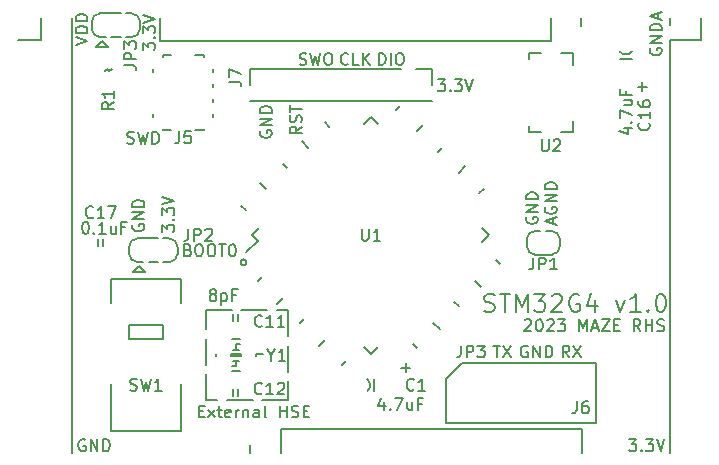
<source format=gbr>
%TF.GenerationSoftware,KiCad,Pcbnew,7.0.5*%
%TF.CreationDate,2023-08-21T09:28:54+09:00*%
%TF.ProjectId,STM32G4 MAZE,53544d33-3247-4342-904d-415a452e6b69,rev?*%
%TF.SameCoordinates,Original*%
%TF.FileFunction,Legend,Top*%
%TF.FilePolarity,Positive*%
%FSLAX46Y46*%
G04 Gerber Fmt 4.6, Leading zero omitted, Abs format (unit mm)*
G04 Created by KiCad (PCBNEW 7.0.5) date 2023-08-21 09:28:54*
%MOMM*%
%LPD*%
G01*
G04 APERTURE LIST*
%ADD10C,0.200000*%
G04 APERTURE END LIST*
D10*
X113022054Y-107217457D02*
X113069673Y-107169838D01*
X113069673Y-107169838D02*
X113164911Y-107122219D01*
X113164911Y-107122219D02*
X113403006Y-107122219D01*
X113403006Y-107122219D02*
X113498244Y-107169838D01*
X113498244Y-107169838D02*
X113545863Y-107217457D01*
X113545863Y-107217457D02*
X113593482Y-107312695D01*
X113593482Y-107312695D02*
X113593482Y-107407933D01*
X113593482Y-107407933D02*
X113545863Y-107550790D01*
X113545863Y-107550790D02*
X112974435Y-108122219D01*
X112974435Y-108122219D02*
X113593482Y-108122219D01*
X114212530Y-107122219D02*
X114307768Y-107122219D01*
X114307768Y-107122219D02*
X114403006Y-107169838D01*
X114403006Y-107169838D02*
X114450625Y-107217457D01*
X114450625Y-107217457D02*
X114498244Y-107312695D01*
X114498244Y-107312695D02*
X114545863Y-107503171D01*
X114545863Y-107503171D02*
X114545863Y-107741266D01*
X114545863Y-107741266D02*
X114498244Y-107931742D01*
X114498244Y-107931742D02*
X114450625Y-108026980D01*
X114450625Y-108026980D02*
X114403006Y-108074600D01*
X114403006Y-108074600D02*
X114307768Y-108122219D01*
X114307768Y-108122219D02*
X114212530Y-108122219D01*
X114212530Y-108122219D02*
X114117292Y-108074600D01*
X114117292Y-108074600D02*
X114069673Y-108026980D01*
X114069673Y-108026980D02*
X114022054Y-107931742D01*
X114022054Y-107931742D02*
X113974435Y-107741266D01*
X113974435Y-107741266D02*
X113974435Y-107503171D01*
X113974435Y-107503171D02*
X114022054Y-107312695D01*
X114022054Y-107312695D02*
X114069673Y-107217457D01*
X114069673Y-107217457D02*
X114117292Y-107169838D01*
X114117292Y-107169838D02*
X114212530Y-107122219D01*
X114926816Y-107217457D02*
X114974435Y-107169838D01*
X114974435Y-107169838D02*
X115069673Y-107122219D01*
X115069673Y-107122219D02*
X115307768Y-107122219D01*
X115307768Y-107122219D02*
X115403006Y-107169838D01*
X115403006Y-107169838D02*
X115450625Y-107217457D01*
X115450625Y-107217457D02*
X115498244Y-107312695D01*
X115498244Y-107312695D02*
X115498244Y-107407933D01*
X115498244Y-107407933D02*
X115450625Y-107550790D01*
X115450625Y-107550790D02*
X114879197Y-108122219D01*
X114879197Y-108122219D02*
X115498244Y-108122219D01*
X115831578Y-107122219D02*
X116450625Y-107122219D01*
X116450625Y-107122219D02*
X116117292Y-107503171D01*
X116117292Y-107503171D02*
X116260149Y-107503171D01*
X116260149Y-107503171D02*
X116355387Y-107550790D01*
X116355387Y-107550790D02*
X116403006Y-107598409D01*
X116403006Y-107598409D02*
X116450625Y-107693647D01*
X116450625Y-107693647D02*
X116450625Y-107931742D01*
X116450625Y-107931742D02*
X116403006Y-108026980D01*
X116403006Y-108026980D02*
X116355387Y-108074600D01*
X116355387Y-108074600D02*
X116260149Y-108122219D01*
X116260149Y-108122219D02*
X115974435Y-108122219D01*
X115974435Y-108122219D02*
X115879197Y-108074600D01*
X115879197Y-108074600D02*
X115831578Y-108026980D01*
X117641102Y-108122219D02*
X117641102Y-107122219D01*
X117641102Y-107122219D02*
X117974435Y-107836504D01*
X117974435Y-107836504D02*
X118307768Y-107122219D01*
X118307768Y-107122219D02*
X118307768Y-108122219D01*
X118736340Y-107836504D02*
X119212530Y-107836504D01*
X118641102Y-108122219D02*
X118974435Y-107122219D01*
X118974435Y-107122219D02*
X119307768Y-108122219D01*
X119545864Y-107122219D02*
X120212530Y-107122219D01*
X120212530Y-107122219D02*
X119545864Y-108122219D01*
X119545864Y-108122219D02*
X120212530Y-108122219D01*
X120593483Y-107598409D02*
X120926816Y-107598409D01*
X121069673Y-108122219D02*
X120593483Y-108122219D01*
X120593483Y-108122219D02*
X120593483Y-107122219D01*
X120593483Y-107122219D02*
X121069673Y-107122219D01*
X122831578Y-108122219D02*
X122498245Y-107646028D01*
X122260150Y-108122219D02*
X122260150Y-107122219D01*
X122260150Y-107122219D02*
X122641102Y-107122219D01*
X122641102Y-107122219D02*
X122736340Y-107169838D01*
X122736340Y-107169838D02*
X122783959Y-107217457D01*
X122783959Y-107217457D02*
X122831578Y-107312695D01*
X122831578Y-107312695D02*
X122831578Y-107455552D01*
X122831578Y-107455552D02*
X122783959Y-107550790D01*
X122783959Y-107550790D02*
X122736340Y-107598409D01*
X122736340Y-107598409D02*
X122641102Y-107646028D01*
X122641102Y-107646028D02*
X122260150Y-107646028D01*
X123260150Y-108122219D02*
X123260150Y-107122219D01*
X123260150Y-107598409D02*
X123831578Y-107598409D01*
X123831578Y-108122219D02*
X123831578Y-107122219D01*
X124260150Y-108074600D02*
X124403007Y-108122219D01*
X124403007Y-108122219D02*
X124641102Y-108122219D01*
X124641102Y-108122219D02*
X124736340Y-108074600D01*
X124736340Y-108074600D02*
X124783959Y-108026980D01*
X124783959Y-108026980D02*
X124831578Y-107931742D01*
X124831578Y-107931742D02*
X124831578Y-107836504D01*
X124831578Y-107836504D02*
X124783959Y-107741266D01*
X124783959Y-107741266D02*
X124736340Y-107693647D01*
X124736340Y-107693647D02*
X124641102Y-107646028D01*
X124641102Y-107646028D02*
X124450626Y-107598409D01*
X124450626Y-107598409D02*
X124355388Y-107550790D01*
X124355388Y-107550790D02*
X124307769Y-107503171D01*
X124307769Y-107503171D02*
X124260150Y-107407933D01*
X124260150Y-107407933D02*
X124260150Y-107312695D01*
X124260150Y-107312695D02*
X124307769Y-107217457D01*
X124307769Y-107217457D02*
X124355388Y-107169838D01*
X124355388Y-107169838D02*
X124450626Y-107122219D01*
X124450626Y-107122219D02*
X124688721Y-107122219D01*
X124688721Y-107122219D02*
X124831578Y-107169838D01*
X109624792Y-106402100D02*
X109839078Y-106473528D01*
X109839078Y-106473528D02*
X110196220Y-106473528D01*
X110196220Y-106473528D02*
X110339078Y-106402100D01*
X110339078Y-106402100D02*
X110410506Y-106330671D01*
X110410506Y-106330671D02*
X110481935Y-106187814D01*
X110481935Y-106187814D02*
X110481935Y-106044957D01*
X110481935Y-106044957D02*
X110410506Y-105902100D01*
X110410506Y-105902100D02*
X110339078Y-105830671D01*
X110339078Y-105830671D02*
X110196220Y-105759242D01*
X110196220Y-105759242D02*
X109910506Y-105687814D01*
X109910506Y-105687814D02*
X109767649Y-105616385D01*
X109767649Y-105616385D02*
X109696220Y-105544957D01*
X109696220Y-105544957D02*
X109624792Y-105402100D01*
X109624792Y-105402100D02*
X109624792Y-105259242D01*
X109624792Y-105259242D02*
X109696220Y-105116385D01*
X109696220Y-105116385D02*
X109767649Y-105044957D01*
X109767649Y-105044957D02*
X109910506Y-104973528D01*
X109910506Y-104973528D02*
X110267649Y-104973528D01*
X110267649Y-104973528D02*
X110481935Y-105044957D01*
X110910506Y-104973528D02*
X111767649Y-104973528D01*
X111339077Y-106473528D02*
X111339077Y-104973528D01*
X112267648Y-106473528D02*
X112267648Y-104973528D01*
X112267648Y-104973528D02*
X112767648Y-106044957D01*
X112767648Y-106044957D02*
X113267648Y-104973528D01*
X113267648Y-104973528D02*
X113267648Y-106473528D01*
X113839077Y-104973528D02*
X114767649Y-104973528D01*
X114767649Y-104973528D02*
X114267649Y-105544957D01*
X114267649Y-105544957D02*
X114481934Y-105544957D01*
X114481934Y-105544957D02*
X114624792Y-105616385D01*
X114624792Y-105616385D02*
X114696220Y-105687814D01*
X114696220Y-105687814D02*
X114767649Y-105830671D01*
X114767649Y-105830671D02*
X114767649Y-106187814D01*
X114767649Y-106187814D02*
X114696220Y-106330671D01*
X114696220Y-106330671D02*
X114624792Y-106402100D01*
X114624792Y-106402100D02*
X114481934Y-106473528D01*
X114481934Y-106473528D02*
X114053363Y-106473528D01*
X114053363Y-106473528D02*
X113910506Y-106402100D01*
X113910506Y-106402100D02*
X113839077Y-106330671D01*
X115339077Y-105116385D02*
X115410505Y-105044957D01*
X115410505Y-105044957D02*
X115553363Y-104973528D01*
X115553363Y-104973528D02*
X115910505Y-104973528D01*
X115910505Y-104973528D02*
X116053363Y-105044957D01*
X116053363Y-105044957D02*
X116124791Y-105116385D01*
X116124791Y-105116385D02*
X116196220Y-105259242D01*
X116196220Y-105259242D02*
X116196220Y-105402100D01*
X116196220Y-105402100D02*
X116124791Y-105616385D01*
X116124791Y-105616385D02*
X115267648Y-106473528D01*
X115267648Y-106473528D02*
X116196220Y-106473528D01*
X117624791Y-105044957D02*
X117481934Y-104973528D01*
X117481934Y-104973528D02*
X117267648Y-104973528D01*
X117267648Y-104973528D02*
X117053362Y-105044957D01*
X117053362Y-105044957D02*
X116910505Y-105187814D01*
X116910505Y-105187814D02*
X116839076Y-105330671D01*
X116839076Y-105330671D02*
X116767648Y-105616385D01*
X116767648Y-105616385D02*
X116767648Y-105830671D01*
X116767648Y-105830671D02*
X116839076Y-106116385D01*
X116839076Y-106116385D02*
X116910505Y-106259242D01*
X116910505Y-106259242D02*
X117053362Y-106402100D01*
X117053362Y-106402100D02*
X117267648Y-106473528D01*
X117267648Y-106473528D02*
X117410505Y-106473528D01*
X117410505Y-106473528D02*
X117624791Y-106402100D01*
X117624791Y-106402100D02*
X117696219Y-106330671D01*
X117696219Y-106330671D02*
X117696219Y-105830671D01*
X117696219Y-105830671D02*
X117410505Y-105830671D01*
X118981934Y-105473528D02*
X118981934Y-106473528D01*
X118624791Y-104902100D02*
X118267648Y-105973528D01*
X118267648Y-105973528D02*
X119196219Y-105973528D01*
X120767647Y-105473528D02*
X121124790Y-106473528D01*
X121124790Y-106473528D02*
X121481933Y-105473528D01*
X122839076Y-106473528D02*
X121981933Y-106473528D01*
X122410504Y-106473528D02*
X122410504Y-104973528D01*
X122410504Y-104973528D02*
X122267647Y-105187814D01*
X122267647Y-105187814D02*
X122124790Y-105330671D01*
X122124790Y-105330671D02*
X121981933Y-105402100D01*
X123481932Y-106330671D02*
X123553361Y-106402100D01*
X123553361Y-106402100D02*
X123481932Y-106473528D01*
X123481932Y-106473528D02*
X123410504Y-106402100D01*
X123410504Y-106402100D02*
X123481932Y-106330671D01*
X123481932Y-106330671D02*
X123481932Y-106473528D01*
X124481933Y-104973528D02*
X124624790Y-104973528D01*
X124624790Y-104973528D02*
X124767647Y-105044957D01*
X124767647Y-105044957D02*
X124839076Y-105116385D01*
X124839076Y-105116385D02*
X124910504Y-105259242D01*
X124910504Y-105259242D02*
X124981933Y-105544957D01*
X124981933Y-105544957D02*
X124981933Y-105902100D01*
X124981933Y-105902100D02*
X124910504Y-106187814D01*
X124910504Y-106187814D02*
X124839076Y-106330671D01*
X124839076Y-106330671D02*
X124767647Y-106402100D01*
X124767647Y-106402100D02*
X124624790Y-106473528D01*
X124624790Y-106473528D02*
X124481933Y-106473528D01*
X124481933Y-106473528D02*
X124339076Y-106402100D01*
X124339076Y-106402100D02*
X124267647Y-106330671D01*
X124267647Y-106330671D02*
X124196218Y-106187814D01*
X124196218Y-106187814D02*
X124124790Y-105902100D01*
X124124790Y-105902100D02*
X124124790Y-105544957D01*
X124124790Y-105544957D02*
X124196218Y-105259242D01*
X124196218Y-105259242D02*
X124267647Y-105116385D01*
X124267647Y-105116385D02*
X124339076Y-105044957D01*
X124339076Y-105044957D02*
X124481933Y-104973528D01*
X79367054Y-92199600D02*
X79509911Y-92247219D01*
X79509911Y-92247219D02*
X79748006Y-92247219D01*
X79748006Y-92247219D02*
X79843244Y-92199600D01*
X79843244Y-92199600D02*
X79890863Y-92151980D01*
X79890863Y-92151980D02*
X79938482Y-92056742D01*
X79938482Y-92056742D02*
X79938482Y-91961504D01*
X79938482Y-91961504D02*
X79890863Y-91866266D01*
X79890863Y-91866266D02*
X79843244Y-91818647D01*
X79843244Y-91818647D02*
X79748006Y-91771028D01*
X79748006Y-91771028D02*
X79557530Y-91723409D01*
X79557530Y-91723409D02*
X79462292Y-91675790D01*
X79462292Y-91675790D02*
X79414673Y-91628171D01*
X79414673Y-91628171D02*
X79367054Y-91532933D01*
X79367054Y-91532933D02*
X79367054Y-91437695D01*
X79367054Y-91437695D02*
X79414673Y-91342457D01*
X79414673Y-91342457D02*
X79462292Y-91294838D01*
X79462292Y-91294838D02*
X79557530Y-91247219D01*
X79557530Y-91247219D02*
X79795625Y-91247219D01*
X79795625Y-91247219D02*
X79938482Y-91294838D01*
X80271816Y-91247219D02*
X80509911Y-92247219D01*
X80509911Y-92247219D02*
X80700387Y-91532933D01*
X80700387Y-91532933D02*
X80890863Y-92247219D01*
X80890863Y-92247219D02*
X81128959Y-91247219D01*
X81509911Y-92247219D02*
X81509911Y-91247219D01*
X81509911Y-91247219D02*
X81748006Y-91247219D01*
X81748006Y-91247219D02*
X81890863Y-91294838D01*
X81890863Y-91294838D02*
X81986101Y-91390076D01*
X81986101Y-91390076D02*
X82033720Y-91485314D01*
X82033720Y-91485314D02*
X82081339Y-91675790D01*
X82081339Y-91675790D02*
X82081339Y-91818647D01*
X82081339Y-91818647D02*
X82033720Y-92009123D01*
X82033720Y-92009123D02*
X81986101Y-92104361D01*
X81986101Y-92104361D02*
X81890863Y-92199600D01*
X81890863Y-92199600D02*
X81748006Y-92247219D01*
X81748006Y-92247219D02*
X81509911Y-92247219D01*
X86542530Y-105010790D02*
X86447292Y-104963171D01*
X86447292Y-104963171D02*
X86399673Y-104915552D01*
X86399673Y-104915552D02*
X86352054Y-104820314D01*
X86352054Y-104820314D02*
X86352054Y-104772695D01*
X86352054Y-104772695D02*
X86399673Y-104677457D01*
X86399673Y-104677457D02*
X86447292Y-104629838D01*
X86447292Y-104629838D02*
X86542530Y-104582219D01*
X86542530Y-104582219D02*
X86733006Y-104582219D01*
X86733006Y-104582219D02*
X86828244Y-104629838D01*
X86828244Y-104629838D02*
X86875863Y-104677457D01*
X86875863Y-104677457D02*
X86923482Y-104772695D01*
X86923482Y-104772695D02*
X86923482Y-104820314D01*
X86923482Y-104820314D02*
X86875863Y-104915552D01*
X86875863Y-104915552D02*
X86828244Y-104963171D01*
X86828244Y-104963171D02*
X86733006Y-105010790D01*
X86733006Y-105010790D02*
X86542530Y-105010790D01*
X86542530Y-105010790D02*
X86447292Y-105058409D01*
X86447292Y-105058409D02*
X86399673Y-105106028D01*
X86399673Y-105106028D02*
X86352054Y-105201266D01*
X86352054Y-105201266D02*
X86352054Y-105391742D01*
X86352054Y-105391742D02*
X86399673Y-105486980D01*
X86399673Y-105486980D02*
X86447292Y-105534600D01*
X86447292Y-105534600D02*
X86542530Y-105582219D01*
X86542530Y-105582219D02*
X86733006Y-105582219D01*
X86733006Y-105582219D02*
X86828244Y-105534600D01*
X86828244Y-105534600D02*
X86875863Y-105486980D01*
X86875863Y-105486980D02*
X86923482Y-105391742D01*
X86923482Y-105391742D02*
X86923482Y-105201266D01*
X86923482Y-105201266D02*
X86875863Y-105106028D01*
X86875863Y-105106028D02*
X86828244Y-105058409D01*
X86828244Y-105058409D02*
X86733006Y-105010790D01*
X87352054Y-104915552D02*
X87352054Y-105915552D01*
X87352054Y-104963171D02*
X87447292Y-104915552D01*
X87447292Y-104915552D02*
X87637768Y-104915552D01*
X87637768Y-104915552D02*
X87733006Y-104963171D01*
X87733006Y-104963171D02*
X87780625Y-105010790D01*
X87780625Y-105010790D02*
X87828244Y-105106028D01*
X87828244Y-105106028D02*
X87828244Y-105391742D01*
X87828244Y-105391742D02*
X87780625Y-105486980D01*
X87780625Y-105486980D02*
X87733006Y-105534600D01*
X87733006Y-105534600D02*
X87637768Y-105582219D01*
X87637768Y-105582219D02*
X87447292Y-105582219D01*
X87447292Y-105582219D02*
X87352054Y-105534600D01*
X88590149Y-105058409D02*
X88256816Y-105058409D01*
X88256816Y-105582219D02*
X88256816Y-104582219D01*
X88256816Y-104582219D02*
X88733006Y-104582219D01*
X80719719Y-84331189D02*
X80719719Y-83712142D01*
X80719719Y-83712142D02*
X81100671Y-84045475D01*
X81100671Y-84045475D02*
X81100671Y-83902618D01*
X81100671Y-83902618D02*
X81148290Y-83807380D01*
X81148290Y-83807380D02*
X81195909Y-83759761D01*
X81195909Y-83759761D02*
X81291147Y-83712142D01*
X81291147Y-83712142D02*
X81529242Y-83712142D01*
X81529242Y-83712142D02*
X81624480Y-83759761D01*
X81624480Y-83759761D02*
X81672100Y-83807380D01*
X81672100Y-83807380D02*
X81719719Y-83902618D01*
X81719719Y-83902618D02*
X81719719Y-84188332D01*
X81719719Y-84188332D02*
X81672100Y-84283570D01*
X81672100Y-84283570D02*
X81624480Y-84331189D01*
X81624480Y-83283570D02*
X81672100Y-83235951D01*
X81672100Y-83235951D02*
X81719719Y-83283570D01*
X81719719Y-83283570D02*
X81672100Y-83331189D01*
X81672100Y-83331189D02*
X81624480Y-83283570D01*
X81624480Y-83283570D02*
X81719719Y-83283570D01*
X80719719Y-82902618D02*
X80719719Y-82283571D01*
X80719719Y-82283571D02*
X81100671Y-82616904D01*
X81100671Y-82616904D02*
X81100671Y-82474047D01*
X81100671Y-82474047D02*
X81148290Y-82378809D01*
X81148290Y-82378809D02*
X81195909Y-82331190D01*
X81195909Y-82331190D02*
X81291147Y-82283571D01*
X81291147Y-82283571D02*
X81529242Y-82283571D01*
X81529242Y-82283571D02*
X81624480Y-82331190D01*
X81624480Y-82331190D02*
X81672100Y-82378809D01*
X81672100Y-82378809D02*
X81719719Y-82474047D01*
X81719719Y-82474047D02*
X81719719Y-82759761D01*
X81719719Y-82759761D02*
X81672100Y-82854999D01*
X81672100Y-82854999D02*
X81624480Y-82902618D01*
X80719719Y-81997856D02*
X81719719Y-81664523D01*
X81719719Y-81664523D02*
X80719719Y-81331190D01*
X75004719Y-83870832D02*
X76004719Y-83537499D01*
X76004719Y-83537499D02*
X75004719Y-83204166D01*
X76004719Y-82870832D02*
X75004719Y-82870832D01*
X75004719Y-82870832D02*
X75004719Y-82632737D01*
X75004719Y-82632737D02*
X75052338Y-82489880D01*
X75052338Y-82489880D02*
X75147576Y-82394642D01*
X75147576Y-82394642D02*
X75242814Y-82347023D01*
X75242814Y-82347023D02*
X75433290Y-82299404D01*
X75433290Y-82299404D02*
X75576147Y-82299404D01*
X75576147Y-82299404D02*
X75766623Y-82347023D01*
X75766623Y-82347023D02*
X75861861Y-82394642D01*
X75861861Y-82394642D02*
X75957100Y-82489880D01*
X75957100Y-82489880D02*
X76004719Y-82632737D01*
X76004719Y-82632737D02*
X76004719Y-82870832D01*
X76004719Y-81870832D02*
X75004719Y-81870832D01*
X75004719Y-81870832D02*
X75004719Y-81632737D01*
X75004719Y-81632737D02*
X75052338Y-81489880D01*
X75052338Y-81489880D02*
X75147576Y-81394642D01*
X75147576Y-81394642D02*
X75242814Y-81347023D01*
X75242814Y-81347023D02*
X75433290Y-81299404D01*
X75433290Y-81299404D02*
X75576147Y-81299404D01*
X75576147Y-81299404D02*
X75766623Y-81347023D01*
X75766623Y-81347023D02*
X75861861Y-81394642D01*
X75861861Y-81394642D02*
X75957100Y-81489880D01*
X75957100Y-81489880D02*
X76004719Y-81632737D01*
X76004719Y-81632737D02*
X76004719Y-81870832D01*
X113202338Y-98471517D02*
X113154719Y-98566755D01*
X113154719Y-98566755D02*
X113154719Y-98709612D01*
X113154719Y-98709612D02*
X113202338Y-98852469D01*
X113202338Y-98852469D02*
X113297576Y-98947707D01*
X113297576Y-98947707D02*
X113392814Y-98995326D01*
X113392814Y-98995326D02*
X113583290Y-99042945D01*
X113583290Y-99042945D02*
X113726147Y-99042945D01*
X113726147Y-99042945D02*
X113916623Y-98995326D01*
X113916623Y-98995326D02*
X114011861Y-98947707D01*
X114011861Y-98947707D02*
X114107100Y-98852469D01*
X114107100Y-98852469D02*
X114154719Y-98709612D01*
X114154719Y-98709612D02*
X114154719Y-98614374D01*
X114154719Y-98614374D02*
X114107100Y-98471517D01*
X114107100Y-98471517D02*
X114059480Y-98423898D01*
X114059480Y-98423898D02*
X113726147Y-98423898D01*
X113726147Y-98423898D02*
X113726147Y-98614374D01*
X114154719Y-97995326D02*
X113154719Y-97995326D01*
X113154719Y-97995326D02*
X114154719Y-97423898D01*
X114154719Y-97423898D02*
X113154719Y-97423898D01*
X114154719Y-96947707D02*
X113154719Y-96947707D01*
X113154719Y-96947707D02*
X113154719Y-96709612D01*
X113154719Y-96709612D02*
X113202338Y-96566755D01*
X113202338Y-96566755D02*
X113297576Y-96471517D01*
X113297576Y-96471517D02*
X113392814Y-96423898D01*
X113392814Y-96423898D02*
X113583290Y-96376279D01*
X113583290Y-96376279D02*
X113726147Y-96376279D01*
X113726147Y-96376279D02*
X113916623Y-96423898D01*
X113916623Y-96423898D02*
X114011861Y-96471517D01*
X114011861Y-96471517D02*
X114107100Y-96566755D01*
X114107100Y-96566755D02*
X114154719Y-96709612D01*
X114154719Y-96709612D02*
X114154719Y-96947707D01*
X79864838Y-99106517D02*
X79817219Y-99201755D01*
X79817219Y-99201755D02*
X79817219Y-99344612D01*
X79817219Y-99344612D02*
X79864838Y-99487469D01*
X79864838Y-99487469D02*
X79960076Y-99582707D01*
X79960076Y-99582707D02*
X80055314Y-99630326D01*
X80055314Y-99630326D02*
X80245790Y-99677945D01*
X80245790Y-99677945D02*
X80388647Y-99677945D01*
X80388647Y-99677945D02*
X80579123Y-99630326D01*
X80579123Y-99630326D02*
X80674361Y-99582707D01*
X80674361Y-99582707D02*
X80769600Y-99487469D01*
X80769600Y-99487469D02*
X80817219Y-99344612D01*
X80817219Y-99344612D02*
X80817219Y-99249374D01*
X80817219Y-99249374D02*
X80769600Y-99106517D01*
X80769600Y-99106517D02*
X80721980Y-99058898D01*
X80721980Y-99058898D02*
X80388647Y-99058898D01*
X80388647Y-99058898D02*
X80388647Y-99249374D01*
X80817219Y-98630326D02*
X79817219Y-98630326D01*
X79817219Y-98630326D02*
X80817219Y-98058898D01*
X80817219Y-98058898D02*
X79817219Y-98058898D01*
X80817219Y-97582707D02*
X79817219Y-97582707D01*
X79817219Y-97582707D02*
X79817219Y-97344612D01*
X79817219Y-97344612D02*
X79864838Y-97201755D01*
X79864838Y-97201755D02*
X79960076Y-97106517D01*
X79960076Y-97106517D02*
X80055314Y-97058898D01*
X80055314Y-97058898D02*
X80245790Y-97011279D01*
X80245790Y-97011279D02*
X80388647Y-97011279D01*
X80388647Y-97011279D02*
X80579123Y-97058898D01*
X80579123Y-97058898D02*
X80674361Y-97106517D01*
X80674361Y-97106517D02*
X80769600Y-97201755D01*
X80769600Y-97201755D02*
X80817219Y-97344612D01*
X80817219Y-97344612D02*
X80817219Y-97582707D01*
X82357219Y-99725564D02*
X82357219Y-99106517D01*
X82357219Y-99106517D02*
X82738171Y-99439850D01*
X82738171Y-99439850D02*
X82738171Y-99296993D01*
X82738171Y-99296993D02*
X82785790Y-99201755D01*
X82785790Y-99201755D02*
X82833409Y-99154136D01*
X82833409Y-99154136D02*
X82928647Y-99106517D01*
X82928647Y-99106517D02*
X83166742Y-99106517D01*
X83166742Y-99106517D02*
X83261980Y-99154136D01*
X83261980Y-99154136D02*
X83309600Y-99201755D01*
X83309600Y-99201755D02*
X83357219Y-99296993D01*
X83357219Y-99296993D02*
X83357219Y-99582707D01*
X83357219Y-99582707D02*
X83309600Y-99677945D01*
X83309600Y-99677945D02*
X83261980Y-99725564D01*
X83261980Y-98677945D02*
X83309600Y-98630326D01*
X83309600Y-98630326D02*
X83357219Y-98677945D01*
X83357219Y-98677945D02*
X83309600Y-98725564D01*
X83309600Y-98725564D02*
X83261980Y-98677945D01*
X83261980Y-98677945D02*
X83357219Y-98677945D01*
X82357219Y-98296993D02*
X82357219Y-97677946D01*
X82357219Y-97677946D02*
X82738171Y-98011279D01*
X82738171Y-98011279D02*
X82738171Y-97868422D01*
X82738171Y-97868422D02*
X82785790Y-97773184D01*
X82785790Y-97773184D02*
X82833409Y-97725565D01*
X82833409Y-97725565D02*
X82928647Y-97677946D01*
X82928647Y-97677946D02*
X83166742Y-97677946D01*
X83166742Y-97677946D02*
X83261980Y-97725565D01*
X83261980Y-97725565D02*
X83309600Y-97773184D01*
X83309600Y-97773184D02*
X83357219Y-97868422D01*
X83357219Y-97868422D02*
X83357219Y-98154136D01*
X83357219Y-98154136D02*
X83309600Y-98249374D01*
X83309600Y-98249374D02*
X83261980Y-98296993D01*
X82357219Y-97392231D02*
X83357219Y-97058898D01*
X83357219Y-97058898D02*
X82357219Y-96725565D01*
X107640387Y-109344719D02*
X107640387Y-110059004D01*
X107640387Y-110059004D02*
X107592768Y-110201861D01*
X107592768Y-110201861D02*
X107497530Y-110297100D01*
X107497530Y-110297100D02*
X107354673Y-110344719D01*
X107354673Y-110344719D02*
X107259435Y-110344719D01*
X108116578Y-110344719D02*
X108116578Y-109344719D01*
X108116578Y-109344719D02*
X108497530Y-109344719D01*
X108497530Y-109344719D02*
X108592768Y-109392338D01*
X108592768Y-109392338D02*
X108640387Y-109439957D01*
X108640387Y-109439957D02*
X108688006Y-109535195D01*
X108688006Y-109535195D02*
X108688006Y-109678052D01*
X108688006Y-109678052D02*
X108640387Y-109773290D01*
X108640387Y-109773290D02*
X108592768Y-109820909D01*
X108592768Y-109820909D02*
X108497530Y-109868528D01*
X108497530Y-109868528D02*
X108116578Y-109868528D01*
X109021340Y-109344719D02*
X109640387Y-109344719D01*
X109640387Y-109344719D02*
X109307054Y-109725671D01*
X109307054Y-109725671D02*
X109449911Y-109725671D01*
X109449911Y-109725671D02*
X109545149Y-109773290D01*
X109545149Y-109773290D02*
X109592768Y-109820909D01*
X109592768Y-109820909D02*
X109640387Y-109916147D01*
X109640387Y-109916147D02*
X109640387Y-110154242D01*
X109640387Y-110154242D02*
X109592768Y-110249480D01*
X109592768Y-110249480D02*
X109545149Y-110297100D01*
X109545149Y-110297100D02*
X109449911Y-110344719D01*
X109449911Y-110344719D02*
X109164197Y-110344719D01*
X109164197Y-110344719D02*
X109068959Y-110297100D01*
X109068959Y-110297100D02*
X109021340Y-110249480D01*
X110386816Y-109344719D02*
X110958244Y-109344719D01*
X110672530Y-110344719D02*
X110672530Y-109344719D01*
X111196340Y-109344719D02*
X111863006Y-110344719D01*
X111863006Y-109344719D02*
X111196340Y-110344719D01*
X113275982Y-109392338D02*
X113180744Y-109344719D01*
X113180744Y-109344719D02*
X113037887Y-109344719D01*
X113037887Y-109344719D02*
X112895030Y-109392338D01*
X112895030Y-109392338D02*
X112799792Y-109487576D01*
X112799792Y-109487576D02*
X112752173Y-109582814D01*
X112752173Y-109582814D02*
X112704554Y-109773290D01*
X112704554Y-109773290D02*
X112704554Y-109916147D01*
X112704554Y-109916147D02*
X112752173Y-110106623D01*
X112752173Y-110106623D02*
X112799792Y-110201861D01*
X112799792Y-110201861D02*
X112895030Y-110297100D01*
X112895030Y-110297100D02*
X113037887Y-110344719D01*
X113037887Y-110344719D02*
X113133125Y-110344719D01*
X113133125Y-110344719D02*
X113275982Y-110297100D01*
X113275982Y-110297100D02*
X113323601Y-110249480D01*
X113323601Y-110249480D02*
X113323601Y-109916147D01*
X113323601Y-109916147D02*
X113133125Y-109916147D01*
X113752173Y-110344719D02*
X113752173Y-109344719D01*
X113752173Y-109344719D02*
X114323601Y-110344719D01*
X114323601Y-110344719D02*
X114323601Y-109344719D01*
X114799792Y-110344719D02*
X114799792Y-109344719D01*
X114799792Y-109344719D02*
X115037887Y-109344719D01*
X115037887Y-109344719D02*
X115180744Y-109392338D01*
X115180744Y-109392338D02*
X115275982Y-109487576D01*
X115275982Y-109487576D02*
X115323601Y-109582814D01*
X115323601Y-109582814D02*
X115371220Y-109773290D01*
X115371220Y-109773290D02*
X115371220Y-109916147D01*
X115371220Y-109916147D02*
X115323601Y-110106623D01*
X115323601Y-110106623D02*
X115275982Y-110201861D01*
X115275982Y-110201861D02*
X115180744Y-110297100D01*
X115180744Y-110297100D02*
X115037887Y-110344719D01*
X115037887Y-110344719D02*
X114799792Y-110344719D01*
X116816101Y-110344719D02*
X116482768Y-109868528D01*
X116244673Y-110344719D02*
X116244673Y-109344719D01*
X116244673Y-109344719D02*
X116625625Y-109344719D01*
X116625625Y-109344719D02*
X116720863Y-109392338D01*
X116720863Y-109392338D02*
X116768482Y-109439957D01*
X116768482Y-109439957D02*
X116816101Y-109535195D01*
X116816101Y-109535195D02*
X116816101Y-109678052D01*
X116816101Y-109678052D02*
X116768482Y-109773290D01*
X116768482Y-109773290D02*
X116720863Y-109820909D01*
X116720863Y-109820909D02*
X116625625Y-109868528D01*
X116625625Y-109868528D02*
X116244673Y-109868528D01*
X117149435Y-109344719D02*
X117816101Y-110344719D01*
X117816101Y-109344719D02*
X117149435Y-110344719D01*
X115456504Y-99042945D02*
X115456504Y-98566755D01*
X115742219Y-99138183D02*
X114742219Y-98804850D01*
X114742219Y-98804850D02*
X115742219Y-98471517D01*
X114789838Y-97614374D02*
X114742219Y-97709612D01*
X114742219Y-97709612D02*
X114742219Y-97852469D01*
X114742219Y-97852469D02*
X114789838Y-97995326D01*
X114789838Y-97995326D02*
X114885076Y-98090564D01*
X114885076Y-98090564D02*
X114980314Y-98138183D01*
X114980314Y-98138183D02*
X115170790Y-98185802D01*
X115170790Y-98185802D02*
X115313647Y-98185802D01*
X115313647Y-98185802D02*
X115504123Y-98138183D01*
X115504123Y-98138183D02*
X115599361Y-98090564D01*
X115599361Y-98090564D02*
X115694600Y-97995326D01*
X115694600Y-97995326D02*
X115742219Y-97852469D01*
X115742219Y-97852469D02*
X115742219Y-97757231D01*
X115742219Y-97757231D02*
X115694600Y-97614374D01*
X115694600Y-97614374D02*
X115646980Y-97566755D01*
X115646980Y-97566755D02*
X115313647Y-97566755D01*
X115313647Y-97566755D02*
X115313647Y-97757231D01*
X115742219Y-97138183D02*
X114742219Y-97138183D01*
X114742219Y-97138183D02*
X115742219Y-96566755D01*
X115742219Y-96566755D02*
X114742219Y-96566755D01*
X115742219Y-96090564D02*
X114742219Y-96090564D01*
X114742219Y-96090564D02*
X114742219Y-95852469D01*
X114742219Y-95852469D02*
X114789838Y-95709612D01*
X114789838Y-95709612D02*
X114885076Y-95614374D01*
X114885076Y-95614374D02*
X114980314Y-95566755D01*
X114980314Y-95566755D02*
X115170790Y-95519136D01*
X115170790Y-95519136D02*
X115313647Y-95519136D01*
X115313647Y-95519136D02*
X115504123Y-95566755D01*
X115504123Y-95566755D02*
X115599361Y-95614374D01*
X115599361Y-95614374D02*
X115694600Y-95709612D01*
X115694600Y-95709612D02*
X115742219Y-95852469D01*
X115742219Y-95852469D02*
X115742219Y-96090564D01*
X84510506Y-101248409D02*
X84653363Y-101296028D01*
X84653363Y-101296028D02*
X84700982Y-101343647D01*
X84700982Y-101343647D02*
X84748601Y-101438885D01*
X84748601Y-101438885D02*
X84748601Y-101581742D01*
X84748601Y-101581742D02*
X84700982Y-101676980D01*
X84700982Y-101676980D02*
X84653363Y-101724600D01*
X84653363Y-101724600D02*
X84558125Y-101772219D01*
X84558125Y-101772219D02*
X84177173Y-101772219D01*
X84177173Y-101772219D02*
X84177173Y-100772219D01*
X84177173Y-100772219D02*
X84510506Y-100772219D01*
X84510506Y-100772219D02*
X84605744Y-100819838D01*
X84605744Y-100819838D02*
X84653363Y-100867457D01*
X84653363Y-100867457D02*
X84700982Y-100962695D01*
X84700982Y-100962695D02*
X84700982Y-101057933D01*
X84700982Y-101057933D02*
X84653363Y-101153171D01*
X84653363Y-101153171D02*
X84605744Y-101200790D01*
X84605744Y-101200790D02*
X84510506Y-101248409D01*
X84510506Y-101248409D02*
X84177173Y-101248409D01*
X85367649Y-100772219D02*
X85558125Y-100772219D01*
X85558125Y-100772219D02*
X85653363Y-100819838D01*
X85653363Y-100819838D02*
X85748601Y-100915076D01*
X85748601Y-100915076D02*
X85796220Y-101105552D01*
X85796220Y-101105552D02*
X85796220Y-101438885D01*
X85796220Y-101438885D02*
X85748601Y-101629361D01*
X85748601Y-101629361D02*
X85653363Y-101724600D01*
X85653363Y-101724600D02*
X85558125Y-101772219D01*
X85558125Y-101772219D02*
X85367649Y-101772219D01*
X85367649Y-101772219D02*
X85272411Y-101724600D01*
X85272411Y-101724600D02*
X85177173Y-101629361D01*
X85177173Y-101629361D02*
X85129554Y-101438885D01*
X85129554Y-101438885D02*
X85129554Y-101105552D01*
X85129554Y-101105552D02*
X85177173Y-100915076D01*
X85177173Y-100915076D02*
X85272411Y-100819838D01*
X85272411Y-100819838D02*
X85367649Y-100772219D01*
X86415268Y-100772219D02*
X86605744Y-100772219D01*
X86605744Y-100772219D02*
X86700982Y-100819838D01*
X86700982Y-100819838D02*
X86796220Y-100915076D01*
X86796220Y-100915076D02*
X86843839Y-101105552D01*
X86843839Y-101105552D02*
X86843839Y-101438885D01*
X86843839Y-101438885D02*
X86796220Y-101629361D01*
X86796220Y-101629361D02*
X86700982Y-101724600D01*
X86700982Y-101724600D02*
X86605744Y-101772219D01*
X86605744Y-101772219D02*
X86415268Y-101772219D01*
X86415268Y-101772219D02*
X86320030Y-101724600D01*
X86320030Y-101724600D02*
X86224792Y-101629361D01*
X86224792Y-101629361D02*
X86177173Y-101438885D01*
X86177173Y-101438885D02*
X86177173Y-101105552D01*
X86177173Y-101105552D02*
X86224792Y-100915076D01*
X86224792Y-100915076D02*
X86320030Y-100819838D01*
X86320030Y-100819838D02*
X86415268Y-100772219D01*
X87129554Y-100772219D02*
X87700982Y-100772219D01*
X87415268Y-101772219D02*
X87415268Y-100772219D01*
X88224792Y-100772219D02*
X88320030Y-100772219D01*
X88320030Y-100772219D02*
X88415268Y-100819838D01*
X88415268Y-100819838D02*
X88462887Y-100867457D01*
X88462887Y-100867457D02*
X88510506Y-100962695D01*
X88510506Y-100962695D02*
X88558125Y-101153171D01*
X88558125Y-101153171D02*
X88558125Y-101391266D01*
X88558125Y-101391266D02*
X88510506Y-101581742D01*
X88510506Y-101581742D02*
X88462887Y-101676980D01*
X88462887Y-101676980D02*
X88415268Y-101724600D01*
X88415268Y-101724600D02*
X88320030Y-101772219D01*
X88320030Y-101772219D02*
X88224792Y-101772219D01*
X88224792Y-101772219D02*
X88129554Y-101724600D01*
X88129554Y-101724600D02*
X88081935Y-101676980D01*
X88081935Y-101676980D02*
X88034316Y-101581742D01*
X88034316Y-101581742D02*
X87986697Y-101391266D01*
X87986697Y-101391266D02*
X87986697Y-101153171D01*
X87986697Y-101153171D02*
X88034316Y-100962695D01*
X88034316Y-100962695D02*
X88081935Y-100867457D01*
X88081935Y-100867457D02*
X88129554Y-100819838D01*
X88129554Y-100819838D02*
X88224792Y-100772219D01*
X122594673Y-87421266D02*
X123356578Y-87421266D01*
X122975625Y-87802219D02*
X122975625Y-87040314D01*
X102592173Y-111233766D02*
X103354078Y-111233766D01*
X102973125Y-111614719D02*
X102973125Y-110852814D01*
X101115744Y-114123052D02*
X101115744Y-114789719D01*
X100877649Y-113742100D02*
X100639554Y-114456385D01*
X100639554Y-114456385D02*
X101258601Y-114456385D01*
X101639554Y-114694480D02*
X101687173Y-114742100D01*
X101687173Y-114742100D02*
X101639554Y-114789719D01*
X101639554Y-114789719D02*
X101591935Y-114742100D01*
X101591935Y-114742100D02*
X101639554Y-114694480D01*
X101639554Y-114694480D02*
X101639554Y-114789719D01*
X102020506Y-113789719D02*
X102687172Y-113789719D01*
X102687172Y-113789719D02*
X102258601Y-114789719D01*
X103496696Y-114123052D02*
X103496696Y-114789719D01*
X103068125Y-114123052D02*
X103068125Y-114646861D01*
X103068125Y-114646861D02*
X103115744Y-114742100D01*
X103115744Y-114742100D02*
X103210982Y-114789719D01*
X103210982Y-114789719D02*
X103353839Y-114789719D01*
X103353839Y-114789719D02*
X103449077Y-114742100D01*
X103449077Y-114742100D02*
X103496696Y-114694480D01*
X104306220Y-114265909D02*
X103972887Y-114265909D01*
X103972887Y-114789719D02*
X103972887Y-113789719D01*
X103972887Y-113789719D02*
X104449077Y-113789719D01*
X75795149Y-98867219D02*
X75890387Y-98867219D01*
X75890387Y-98867219D02*
X75985625Y-98914838D01*
X75985625Y-98914838D02*
X76033244Y-98962457D01*
X76033244Y-98962457D02*
X76080863Y-99057695D01*
X76080863Y-99057695D02*
X76128482Y-99248171D01*
X76128482Y-99248171D02*
X76128482Y-99486266D01*
X76128482Y-99486266D02*
X76080863Y-99676742D01*
X76080863Y-99676742D02*
X76033244Y-99771980D01*
X76033244Y-99771980D02*
X75985625Y-99819600D01*
X75985625Y-99819600D02*
X75890387Y-99867219D01*
X75890387Y-99867219D02*
X75795149Y-99867219D01*
X75795149Y-99867219D02*
X75699911Y-99819600D01*
X75699911Y-99819600D02*
X75652292Y-99771980D01*
X75652292Y-99771980D02*
X75604673Y-99676742D01*
X75604673Y-99676742D02*
X75557054Y-99486266D01*
X75557054Y-99486266D02*
X75557054Y-99248171D01*
X75557054Y-99248171D02*
X75604673Y-99057695D01*
X75604673Y-99057695D02*
X75652292Y-98962457D01*
X75652292Y-98962457D02*
X75699911Y-98914838D01*
X75699911Y-98914838D02*
X75795149Y-98867219D01*
X76557054Y-99771980D02*
X76604673Y-99819600D01*
X76604673Y-99819600D02*
X76557054Y-99867219D01*
X76557054Y-99867219D02*
X76509435Y-99819600D01*
X76509435Y-99819600D02*
X76557054Y-99771980D01*
X76557054Y-99771980D02*
X76557054Y-99867219D01*
X77557053Y-99867219D02*
X76985625Y-99867219D01*
X77271339Y-99867219D02*
X77271339Y-98867219D01*
X77271339Y-98867219D02*
X77176101Y-99010076D01*
X77176101Y-99010076D02*
X77080863Y-99105314D01*
X77080863Y-99105314D02*
X76985625Y-99152933D01*
X78414196Y-99200552D02*
X78414196Y-99867219D01*
X77985625Y-99200552D02*
X77985625Y-99724361D01*
X77985625Y-99724361D02*
X78033244Y-99819600D01*
X78033244Y-99819600D02*
X78128482Y-99867219D01*
X78128482Y-99867219D02*
X78271339Y-99867219D01*
X78271339Y-99867219D02*
X78366577Y-99819600D01*
X78366577Y-99819600D02*
X78414196Y-99771980D01*
X79223720Y-99343409D02*
X78890387Y-99343409D01*
X78890387Y-99867219D02*
X78890387Y-98867219D01*
X78890387Y-98867219D02*
X79366577Y-98867219D01*
X121425552Y-90946755D02*
X122092219Y-90946755D01*
X121044600Y-91184850D02*
X121758885Y-91422945D01*
X121758885Y-91422945D02*
X121758885Y-90803898D01*
X121996980Y-90422945D02*
X122044600Y-90375326D01*
X122044600Y-90375326D02*
X122092219Y-90422945D01*
X122092219Y-90422945D02*
X122044600Y-90470564D01*
X122044600Y-90470564D02*
X121996980Y-90422945D01*
X121996980Y-90422945D02*
X122092219Y-90422945D01*
X121092219Y-90041993D02*
X121092219Y-89375327D01*
X121092219Y-89375327D02*
X122092219Y-89803898D01*
X121425552Y-88565803D02*
X122092219Y-88565803D01*
X121425552Y-88994374D02*
X121949361Y-88994374D01*
X121949361Y-88994374D02*
X122044600Y-88946755D01*
X122044600Y-88946755D02*
X122092219Y-88851517D01*
X122092219Y-88851517D02*
X122092219Y-88708660D01*
X122092219Y-88708660D02*
X122044600Y-88613422D01*
X122044600Y-88613422D02*
X121996980Y-88565803D01*
X121568409Y-87756279D02*
X121568409Y-88089612D01*
X122092219Y-88089612D02*
X121092219Y-88089612D01*
X121092219Y-88089612D02*
X121092219Y-87613422D01*
X90659838Y-91169017D02*
X90612219Y-91264255D01*
X90612219Y-91264255D02*
X90612219Y-91407112D01*
X90612219Y-91407112D02*
X90659838Y-91549969D01*
X90659838Y-91549969D02*
X90755076Y-91645207D01*
X90755076Y-91645207D02*
X90850314Y-91692826D01*
X90850314Y-91692826D02*
X91040790Y-91740445D01*
X91040790Y-91740445D02*
X91183647Y-91740445D01*
X91183647Y-91740445D02*
X91374123Y-91692826D01*
X91374123Y-91692826D02*
X91469361Y-91645207D01*
X91469361Y-91645207D02*
X91564600Y-91549969D01*
X91564600Y-91549969D02*
X91612219Y-91407112D01*
X91612219Y-91407112D02*
X91612219Y-91311874D01*
X91612219Y-91311874D02*
X91564600Y-91169017D01*
X91564600Y-91169017D02*
X91516980Y-91121398D01*
X91516980Y-91121398D02*
X91183647Y-91121398D01*
X91183647Y-91121398D02*
X91183647Y-91311874D01*
X91612219Y-90692826D02*
X90612219Y-90692826D01*
X90612219Y-90692826D02*
X91612219Y-90121398D01*
X91612219Y-90121398D02*
X90612219Y-90121398D01*
X91612219Y-89645207D02*
X90612219Y-89645207D01*
X90612219Y-89645207D02*
X90612219Y-89407112D01*
X90612219Y-89407112D02*
X90659838Y-89264255D01*
X90659838Y-89264255D02*
X90755076Y-89169017D01*
X90755076Y-89169017D02*
X90850314Y-89121398D01*
X90850314Y-89121398D02*
X91040790Y-89073779D01*
X91040790Y-89073779D02*
X91183647Y-89073779D01*
X91183647Y-89073779D02*
X91374123Y-89121398D01*
X91374123Y-89121398D02*
X91469361Y-89169017D01*
X91469361Y-89169017D02*
X91564600Y-89264255D01*
X91564600Y-89264255D02*
X91612219Y-89407112D01*
X91612219Y-89407112D02*
X91612219Y-89645207D01*
X94152219Y-90803898D02*
X93676028Y-91137231D01*
X94152219Y-91375326D02*
X93152219Y-91375326D01*
X93152219Y-91375326D02*
X93152219Y-90994374D01*
X93152219Y-90994374D02*
X93199838Y-90899136D01*
X93199838Y-90899136D02*
X93247457Y-90851517D01*
X93247457Y-90851517D02*
X93342695Y-90803898D01*
X93342695Y-90803898D02*
X93485552Y-90803898D01*
X93485552Y-90803898D02*
X93580790Y-90851517D01*
X93580790Y-90851517D02*
X93628409Y-90899136D01*
X93628409Y-90899136D02*
X93676028Y-90994374D01*
X93676028Y-90994374D02*
X93676028Y-91375326D01*
X94104600Y-90422945D02*
X94152219Y-90280088D01*
X94152219Y-90280088D02*
X94152219Y-90041993D01*
X94152219Y-90041993D02*
X94104600Y-89946755D01*
X94104600Y-89946755D02*
X94056980Y-89899136D01*
X94056980Y-89899136D02*
X93961742Y-89851517D01*
X93961742Y-89851517D02*
X93866504Y-89851517D01*
X93866504Y-89851517D02*
X93771266Y-89899136D01*
X93771266Y-89899136D02*
X93723647Y-89946755D01*
X93723647Y-89946755D02*
X93676028Y-90041993D01*
X93676028Y-90041993D02*
X93628409Y-90232469D01*
X93628409Y-90232469D02*
X93580790Y-90327707D01*
X93580790Y-90327707D02*
X93533171Y-90375326D01*
X93533171Y-90375326D02*
X93437933Y-90422945D01*
X93437933Y-90422945D02*
X93342695Y-90422945D01*
X93342695Y-90422945D02*
X93247457Y-90375326D01*
X93247457Y-90375326D02*
X93199838Y-90327707D01*
X93199838Y-90327707D02*
X93152219Y-90232469D01*
X93152219Y-90232469D02*
X93152219Y-89994374D01*
X93152219Y-89994374D02*
X93199838Y-89851517D01*
X93152219Y-89565802D02*
X93152219Y-88994374D01*
X94152219Y-89280088D02*
X93152219Y-89280088D01*
X93972054Y-85532100D02*
X94114911Y-85579719D01*
X94114911Y-85579719D02*
X94353006Y-85579719D01*
X94353006Y-85579719D02*
X94448244Y-85532100D01*
X94448244Y-85532100D02*
X94495863Y-85484480D01*
X94495863Y-85484480D02*
X94543482Y-85389242D01*
X94543482Y-85389242D02*
X94543482Y-85294004D01*
X94543482Y-85294004D02*
X94495863Y-85198766D01*
X94495863Y-85198766D02*
X94448244Y-85151147D01*
X94448244Y-85151147D02*
X94353006Y-85103528D01*
X94353006Y-85103528D02*
X94162530Y-85055909D01*
X94162530Y-85055909D02*
X94067292Y-85008290D01*
X94067292Y-85008290D02*
X94019673Y-84960671D01*
X94019673Y-84960671D02*
X93972054Y-84865433D01*
X93972054Y-84865433D02*
X93972054Y-84770195D01*
X93972054Y-84770195D02*
X94019673Y-84674957D01*
X94019673Y-84674957D02*
X94067292Y-84627338D01*
X94067292Y-84627338D02*
X94162530Y-84579719D01*
X94162530Y-84579719D02*
X94400625Y-84579719D01*
X94400625Y-84579719D02*
X94543482Y-84627338D01*
X94876816Y-84579719D02*
X95114911Y-85579719D01*
X95114911Y-85579719D02*
X95305387Y-84865433D01*
X95305387Y-84865433D02*
X95495863Y-85579719D01*
X95495863Y-85579719D02*
X95733959Y-84579719D01*
X96305387Y-84579719D02*
X96495863Y-84579719D01*
X96495863Y-84579719D02*
X96591101Y-84627338D01*
X96591101Y-84627338D02*
X96686339Y-84722576D01*
X96686339Y-84722576D02*
X96733958Y-84913052D01*
X96733958Y-84913052D02*
X96733958Y-85246385D01*
X96733958Y-85246385D02*
X96686339Y-85436861D01*
X96686339Y-85436861D02*
X96591101Y-85532100D01*
X96591101Y-85532100D02*
X96495863Y-85579719D01*
X96495863Y-85579719D02*
X96305387Y-85579719D01*
X96305387Y-85579719D02*
X96210149Y-85532100D01*
X96210149Y-85532100D02*
X96114911Y-85436861D01*
X96114911Y-85436861D02*
X96067292Y-85246385D01*
X96067292Y-85246385D02*
X96067292Y-84913052D01*
X96067292Y-84913052D02*
X96114911Y-84722576D01*
X96114911Y-84722576D02*
X96210149Y-84627338D01*
X96210149Y-84627338D02*
X96305387Y-84579719D01*
X98083601Y-85484480D02*
X98035982Y-85532100D01*
X98035982Y-85532100D02*
X97893125Y-85579719D01*
X97893125Y-85579719D02*
X97797887Y-85579719D01*
X97797887Y-85579719D02*
X97655030Y-85532100D01*
X97655030Y-85532100D02*
X97559792Y-85436861D01*
X97559792Y-85436861D02*
X97512173Y-85341623D01*
X97512173Y-85341623D02*
X97464554Y-85151147D01*
X97464554Y-85151147D02*
X97464554Y-85008290D01*
X97464554Y-85008290D02*
X97512173Y-84817814D01*
X97512173Y-84817814D02*
X97559792Y-84722576D01*
X97559792Y-84722576D02*
X97655030Y-84627338D01*
X97655030Y-84627338D02*
X97797887Y-84579719D01*
X97797887Y-84579719D02*
X97893125Y-84579719D01*
X97893125Y-84579719D02*
X98035982Y-84627338D01*
X98035982Y-84627338D02*
X98083601Y-84674957D01*
X98988363Y-85579719D02*
X98512173Y-85579719D01*
X98512173Y-85579719D02*
X98512173Y-84579719D01*
X99321697Y-85579719D02*
X99321697Y-84579719D01*
X99893125Y-85579719D02*
X99464554Y-85008290D01*
X99893125Y-84579719D02*
X99321697Y-85151147D01*
X100687173Y-85579719D02*
X100687173Y-84579719D01*
X100687173Y-84579719D02*
X100925268Y-84579719D01*
X100925268Y-84579719D02*
X101068125Y-84627338D01*
X101068125Y-84627338D02*
X101163363Y-84722576D01*
X101163363Y-84722576D02*
X101210982Y-84817814D01*
X101210982Y-84817814D02*
X101258601Y-85008290D01*
X101258601Y-85008290D02*
X101258601Y-85151147D01*
X101258601Y-85151147D02*
X101210982Y-85341623D01*
X101210982Y-85341623D02*
X101163363Y-85436861D01*
X101163363Y-85436861D02*
X101068125Y-85532100D01*
X101068125Y-85532100D02*
X100925268Y-85579719D01*
X100925268Y-85579719D02*
X100687173Y-85579719D01*
X101687173Y-85579719D02*
X101687173Y-84579719D01*
X102353839Y-84579719D02*
X102544315Y-84579719D01*
X102544315Y-84579719D02*
X102639553Y-84627338D01*
X102639553Y-84627338D02*
X102734791Y-84722576D01*
X102734791Y-84722576D02*
X102782410Y-84913052D01*
X102782410Y-84913052D02*
X102782410Y-85246385D01*
X102782410Y-85246385D02*
X102734791Y-85436861D01*
X102734791Y-85436861D02*
X102639553Y-85532100D01*
X102639553Y-85532100D02*
X102544315Y-85579719D01*
X102544315Y-85579719D02*
X102353839Y-85579719D01*
X102353839Y-85579719D02*
X102258601Y-85532100D01*
X102258601Y-85532100D02*
X102163363Y-85436861D01*
X102163363Y-85436861D02*
X102115744Y-85246385D01*
X102115744Y-85246385D02*
X102115744Y-84913052D01*
X102115744Y-84913052D02*
X102163363Y-84722576D01*
X102163363Y-84722576D02*
X102258601Y-84627338D01*
X102258601Y-84627338D02*
X102353839Y-84579719D01*
X105671935Y-86802219D02*
X106290982Y-86802219D01*
X106290982Y-86802219D02*
X105957649Y-87183171D01*
X105957649Y-87183171D02*
X106100506Y-87183171D01*
X106100506Y-87183171D02*
X106195744Y-87230790D01*
X106195744Y-87230790D02*
X106243363Y-87278409D01*
X106243363Y-87278409D02*
X106290982Y-87373647D01*
X106290982Y-87373647D02*
X106290982Y-87611742D01*
X106290982Y-87611742D02*
X106243363Y-87706980D01*
X106243363Y-87706980D02*
X106195744Y-87754600D01*
X106195744Y-87754600D02*
X106100506Y-87802219D01*
X106100506Y-87802219D02*
X105814792Y-87802219D01*
X105814792Y-87802219D02*
X105719554Y-87754600D01*
X105719554Y-87754600D02*
X105671935Y-87706980D01*
X106719554Y-87706980D02*
X106767173Y-87754600D01*
X106767173Y-87754600D02*
X106719554Y-87802219D01*
X106719554Y-87802219D02*
X106671935Y-87754600D01*
X106671935Y-87754600D02*
X106719554Y-87706980D01*
X106719554Y-87706980D02*
X106719554Y-87802219D01*
X107100506Y-86802219D02*
X107719553Y-86802219D01*
X107719553Y-86802219D02*
X107386220Y-87183171D01*
X107386220Y-87183171D02*
X107529077Y-87183171D01*
X107529077Y-87183171D02*
X107624315Y-87230790D01*
X107624315Y-87230790D02*
X107671934Y-87278409D01*
X107671934Y-87278409D02*
X107719553Y-87373647D01*
X107719553Y-87373647D02*
X107719553Y-87611742D01*
X107719553Y-87611742D02*
X107671934Y-87706980D01*
X107671934Y-87706980D02*
X107624315Y-87754600D01*
X107624315Y-87754600D02*
X107529077Y-87802219D01*
X107529077Y-87802219D02*
X107243363Y-87802219D01*
X107243363Y-87802219D02*
X107148125Y-87754600D01*
X107148125Y-87754600D02*
X107100506Y-87706980D01*
X108005268Y-86802219D02*
X108338601Y-87802219D01*
X108338601Y-87802219D02*
X108671934Y-86802219D01*
X123679838Y-84184017D02*
X123632219Y-84279255D01*
X123632219Y-84279255D02*
X123632219Y-84422112D01*
X123632219Y-84422112D02*
X123679838Y-84564969D01*
X123679838Y-84564969D02*
X123775076Y-84660207D01*
X123775076Y-84660207D02*
X123870314Y-84707826D01*
X123870314Y-84707826D02*
X124060790Y-84755445D01*
X124060790Y-84755445D02*
X124203647Y-84755445D01*
X124203647Y-84755445D02*
X124394123Y-84707826D01*
X124394123Y-84707826D02*
X124489361Y-84660207D01*
X124489361Y-84660207D02*
X124584600Y-84564969D01*
X124584600Y-84564969D02*
X124632219Y-84422112D01*
X124632219Y-84422112D02*
X124632219Y-84326874D01*
X124632219Y-84326874D02*
X124584600Y-84184017D01*
X124584600Y-84184017D02*
X124536980Y-84136398D01*
X124536980Y-84136398D02*
X124203647Y-84136398D01*
X124203647Y-84136398D02*
X124203647Y-84326874D01*
X124632219Y-83707826D02*
X123632219Y-83707826D01*
X123632219Y-83707826D02*
X124632219Y-83136398D01*
X124632219Y-83136398D02*
X123632219Y-83136398D01*
X124632219Y-82660207D02*
X123632219Y-82660207D01*
X123632219Y-82660207D02*
X123632219Y-82422112D01*
X123632219Y-82422112D02*
X123679838Y-82279255D01*
X123679838Y-82279255D02*
X123775076Y-82184017D01*
X123775076Y-82184017D02*
X123870314Y-82136398D01*
X123870314Y-82136398D02*
X124060790Y-82088779D01*
X124060790Y-82088779D02*
X124203647Y-82088779D01*
X124203647Y-82088779D02*
X124394123Y-82136398D01*
X124394123Y-82136398D02*
X124489361Y-82184017D01*
X124489361Y-82184017D02*
X124584600Y-82279255D01*
X124584600Y-82279255D02*
X124632219Y-82422112D01*
X124632219Y-82422112D02*
X124632219Y-82660207D01*
X124346504Y-81707826D02*
X124346504Y-81231636D01*
X124632219Y-81803064D02*
X123632219Y-81469731D01*
X123632219Y-81469731D02*
X124632219Y-81136398D01*
X121864435Y-117282219D02*
X122483482Y-117282219D01*
X122483482Y-117282219D02*
X122150149Y-117663171D01*
X122150149Y-117663171D02*
X122293006Y-117663171D01*
X122293006Y-117663171D02*
X122388244Y-117710790D01*
X122388244Y-117710790D02*
X122435863Y-117758409D01*
X122435863Y-117758409D02*
X122483482Y-117853647D01*
X122483482Y-117853647D02*
X122483482Y-118091742D01*
X122483482Y-118091742D02*
X122435863Y-118186980D01*
X122435863Y-118186980D02*
X122388244Y-118234600D01*
X122388244Y-118234600D02*
X122293006Y-118282219D01*
X122293006Y-118282219D02*
X122007292Y-118282219D01*
X122007292Y-118282219D02*
X121912054Y-118234600D01*
X121912054Y-118234600D02*
X121864435Y-118186980D01*
X122912054Y-118186980D02*
X122959673Y-118234600D01*
X122959673Y-118234600D02*
X122912054Y-118282219D01*
X122912054Y-118282219D02*
X122864435Y-118234600D01*
X122864435Y-118234600D02*
X122912054Y-118186980D01*
X122912054Y-118186980D02*
X122912054Y-118282219D01*
X123293006Y-117282219D02*
X123912053Y-117282219D01*
X123912053Y-117282219D02*
X123578720Y-117663171D01*
X123578720Y-117663171D02*
X123721577Y-117663171D01*
X123721577Y-117663171D02*
X123816815Y-117710790D01*
X123816815Y-117710790D02*
X123864434Y-117758409D01*
X123864434Y-117758409D02*
X123912053Y-117853647D01*
X123912053Y-117853647D02*
X123912053Y-118091742D01*
X123912053Y-118091742D02*
X123864434Y-118186980D01*
X123864434Y-118186980D02*
X123816815Y-118234600D01*
X123816815Y-118234600D02*
X123721577Y-118282219D01*
X123721577Y-118282219D02*
X123435863Y-118282219D01*
X123435863Y-118282219D02*
X123340625Y-118234600D01*
X123340625Y-118234600D02*
X123293006Y-118186980D01*
X124197768Y-117282219D02*
X124531101Y-118282219D01*
X124531101Y-118282219D02*
X124864434Y-117282219D01*
X75810982Y-117329838D02*
X75715744Y-117282219D01*
X75715744Y-117282219D02*
X75572887Y-117282219D01*
X75572887Y-117282219D02*
X75430030Y-117329838D01*
X75430030Y-117329838D02*
X75334792Y-117425076D01*
X75334792Y-117425076D02*
X75287173Y-117520314D01*
X75287173Y-117520314D02*
X75239554Y-117710790D01*
X75239554Y-117710790D02*
X75239554Y-117853647D01*
X75239554Y-117853647D02*
X75287173Y-118044123D01*
X75287173Y-118044123D02*
X75334792Y-118139361D01*
X75334792Y-118139361D02*
X75430030Y-118234600D01*
X75430030Y-118234600D02*
X75572887Y-118282219D01*
X75572887Y-118282219D02*
X75668125Y-118282219D01*
X75668125Y-118282219D02*
X75810982Y-118234600D01*
X75810982Y-118234600D02*
X75858601Y-118186980D01*
X75858601Y-118186980D02*
X75858601Y-117853647D01*
X75858601Y-117853647D02*
X75668125Y-117853647D01*
X76287173Y-118282219D02*
X76287173Y-117282219D01*
X76287173Y-117282219D02*
X76858601Y-118282219D01*
X76858601Y-118282219D02*
X76858601Y-117282219D01*
X77334792Y-118282219D02*
X77334792Y-117282219D01*
X77334792Y-117282219D02*
X77572887Y-117282219D01*
X77572887Y-117282219D02*
X77715744Y-117329838D01*
X77715744Y-117329838D02*
X77810982Y-117425076D01*
X77810982Y-117425076D02*
X77858601Y-117520314D01*
X77858601Y-117520314D02*
X77906220Y-117710790D01*
X77906220Y-117710790D02*
X77906220Y-117853647D01*
X77906220Y-117853647D02*
X77858601Y-118044123D01*
X77858601Y-118044123D02*
X77810982Y-118139361D01*
X77810982Y-118139361D02*
X77715744Y-118234600D01*
X77715744Y-118234600D02*
X77572887Y-118282219D01*
X77572887Y-118282219D02*
X77334792Y-118282219D01*
X85447173Y-114900909D02*
X85780506Y-114900909D01*
X85923363Y-115424719D02*
X85447173Y-115424719D01*
X85447173Y-115424719D02*
X85447173Y-114424719D01*
X85447173Y-114424719D02*
X85923363Y-114424719D01*
X86256697Y-115424719D02*
X86780506Y-114758052D01*
X86256697Y-114758052D02*
X86780506Y-115424719D01*
X87018602Y-114758052D02*
X87399554Y-114758052D01*
X87161459Y-114424719D02*
X87161459Y-115281861D01*
X87161459Y-115281861D02*
X87209078Y-115377100D01*
X87209078Y-115377100D02*
X87304316Y-115424719D01*
X87304316Y-115424719D02*
X87399554Y-115424719D01*
X88113840Y-115377100D02*
X88018602Y-115424719D01*
X88018602Y-115424719D02*
X87828126Y-115424719D01*
X87828126Y-115424719D02*
X87732888Y-115377100D01*
X87732888Y-115377100D02*
X87685269Y-115281861D01*
X87685269Y-115281861D02*
X87685269Y-114900909D01*
X87685269Y-114900909D02*
X87732888Y-114805671D01*
X87732888Y-114805671D02*
X87828126Y-114758052D01*
X87828126Y-114758052D02*
X88018602Y-114758052D01*
X88018602Y-114758052D02*
X88113840Y-114805671D01*
X88113840Y-114805671D02*
X88161459Y-114900909D01*
X88161459Y-114900909D02*
X88161459Y-114996147D01*
X88161459Y-114996147D02*
X87685269Y-115091385D01*
X88590031Y-115424719D02*
X88590031Y-114758052D01*
X88590031Y-114948528D02*
X88637650Y-114853290D01*
X88637650Y-114853290D02*
X88685269Y-114805671D01*
X88685269Y-114805671D02*
X88780507Y-114758052D01*
X88780507Y-114758052D02*
X88875745Y-114758052D01*
X89209079Y-114758052D02*
X89209079Y-115424719D01*
X89209079Y-114853290D02*
X89256698Y-114805671D01*
X89256698Y-114805671D02*
X89351936Y-114758052D01*
X89351936Y-114758052D02*
X89494793Y-114758052D01*
X89494793Y-114758052D02*
X89590031Y-114805671D01*
X89590031Y-114805671D02*
X89637650Y-114900909D01*
X89637650Y-114900909D02*
X89637650Y-115424719D01*
X90542412Y-115424719D02*
X90542412Y-114900909D01*
X90542412Y-114900909D02*
X90494793Y-114805671D01*
X90494793Y-114805671D02*
X90399555Y-114758052D01*
X90399555Y-114758052D02*
X90209079Y-114758052D01*
X90209079Y-114758052D02*
X90113841Y-114805671D01*
X90542412Y-115377100D02*
X90447174Y-115424719D01*
X90447174Y-115424719D02*
X90209079Y-115424719D01*
X90209079Y-115424719D02*
X90113841Y-115377100D01*
X90113841Y-115377100D02*
X90066222Y-115281861D01*
X90066222Y-115281861D02*
X90066222Y-115186623D01*
X90066222Y-115186623D02*
X90113841Y-115091385D01*
X90113841Y-115091385D02*
X90209079Y-115043766D01*
X90209079Y-115043766D02*
X90447174Y-115043766D01*
X90447174Y-115043766D02*
X90542412Y-114996147D01*
X91161460Y-115424719D02*
X91066222Y-115377100D01*
X91066222Y-115377100D02*
X91018603Y-115281861D01*
X91018603Y-115281861D02*
X91018603Y-114424719D01*
X92304318Y-115424719D02*
X92304318Y-114424719D01*
X92304318Y-114900909D02*
X92875746Y-114900909D01*
X92875746Y-115424719D02*
X92875746Y-114424719D01*
X93304318Y-115377100D02*
X93447175Y-115424719D01*
X93447175Y-115424719D02*
X93685270Y-115424719D01*
X93685270Y-115424719D02*
X93780508Y-115377100D01*
X93780508Y-115377100D02*
X93828127Y-115329480D01*
X93828127Y-115329480D02*
X93875746Y-115234242D01*
X93875746Y-115234242D02*
X93875746Y-115139004D01*
X93875746Y-115139004D02*
X93828127Y-115043766D01*
X93828127Y-115043766D02*
X93780508Y-114996147D01*
X93780508Y-114996147D02*
X93685270Y-114948528D01*
X93685270Y-114948528D02*
X93494794Y-114900909D01*
X93494794Y-114900909D02*
X93399556Y-114853290D01*
X93399556Y-114853290D02*
X93351937Y-114805671D01*
X93351937Y-114805671D02*
X93304318Y-114710433D01*
X93304318Y-114710433D02*
X93304318Y-114615195D01*
X93304318Y-114615195D02*
X93351937Y-114519957D01*
X93351937Y-114519957D02*
X93399556Y-114472338D01*
X93399556Y-114472338D02*
X93494794Y-114424719D01*
X93494794Y-114424719D02*
X93732889Y-114424719D01*
X93732889Y-114424719D02*
X93875746Y-114472338D01*
X94304318Y-114900909D02*
X94637651Y-114900909D01*
X94780508Y-115424719D02*
X94304318Y-115424719D01*
X94304318Y-115424719D02*
X94304318Y-114424719D01*
X94304318Y-114424719D02*
X94780508Y-114424719D01*
X86030000Y-106350000D02*
X88230000Y-106350000D01*
X89030000Y-106350000D02*
X91230000Y-106350000D01*
X92030000Y-106350000D02*
X93015000Y-106350000D01*
X93015000Y-106350000D02*
X93015000Y-108550000D01*
X93015000Y-109350000D02*
X93015000Y-111550000D01*
X93015000Y-112350000D02*
X93015000Y-113970000D01*
X93015000Y-113970000D02*
X90815000Y-113970000D01*
X90015000Y-113970000D02*
X87815000Y-113970000D01*
X87015000Y-113970000D02*
X86030000Y-113970000D01*
X86030000Y-113970000D02*
X86030000Y-111770000D01*
X86030000Y-110970000D02*
X86030000Y-108770000D01*
X86030000Y-107970000D02*
X86030000Y-106350000D01*
%TO.C,J7*%
X88022219Y-86998333D02*
X88736504Y-86998333D01*
X88736504Y-86998333D02*
X88879361Y-87045952D01*
X88879361Y-87045952D02*
X88974600Y-87141190D01*
X88974600Y-87141190D02*
X89022219Y-87284047D01*
X89022219Y-87284047D02*
X89022219Y-87379285D01*
X88022219Y-86617380D02*
X88022219Y-85950714D01*
X88022219Y-85950714D02*
X89022219Y-86379285D01*
%TO.C,J5*%
X83791666Y-91197219D02*
X83791666Y-91911504D01*
X83791666Y-91911504D02*
X83744047Y-92054361D01*
X83744047Y-92054361D02*
X83648809Y-92149600D01*
X83648809Y-92149600D02*
X83505952Y-92197219D01*
X83505952Y-92197219D02*
X83410714Y-92197219D01*
X84744047Y-91197219D02*
X84267857Y-91197219D01*
X84267857Y-91197219D02*
X84220238Y-91673409D01*
X84220238Y-91673409D02*
X84267857Y-91625790D01*
X84267857Y-91625790D02*
X84363095Y-91578171D01*
X84363095Y-91578171D02*
X84601190Y-91578171D01*
X84601190Y-91578171D02*
X84696428Y-91625790D01*
X84696428Y-91625790D02*
X84744047Y-91673409D01*
X84744047Y-91673409D02*
X84791666Y-91768647D01*
X84791666Y-91768647D02*
X84791666Y-92006742D01*
X84791666Y-92006742D02*
X84744047Y-92101980D01*
X84744047Y-92101980D02*
X84696428Y-92149600D01*
X84696428Y-92149600D02*
X84601190Y-92197219D01*
X84601190Y-92197219D02*
X84363095Y-92197219D01*
X84363095Y-92197219D02*
X84267857Y-92149600D01*
X84267857Y-92149600D02*
X84220238Y-92101980D01*
%TO.C,U2*%
X114478095Y-91887219D02*
X114478095Y-92696742D01*
X114478095Y-92696742D02*
X114525714Y-92791980D01*
X114525714Y-92791980D02*
X114573333Y-92839600D01*
X114573333Y-92839600D02*
X114668571Y-92887219D01*
X114668571Y-92887219D02*
X114859047Y-92887219D01*
X114859047Y-92887219D02*
X114954285Y-92839600D01*
X114954285Y-92839600D02*
X115001904Y-92791980D01*
X115001904Y-92791980D02*
X115049523Y-92696742D01*
X115049523Y-92696742D02*
X115049523Y-91887219D01*
X115478095Y-91982457D02*
X115525714Y-91934838D01*
X115525714Y-91934838D02*
X115620952Y-91887219D01*
X115620952Y-91887219D02*
X115859047Y-91887219D01*
X115859047Y-91887219D02*
X115954285Y-91934838D01*
X115954285Y-91934838D02*
X116001904Y-91982457D01*
X116001904Y-91982457D02*
X116049523Y-92077695D01*
X116049523Y-92077695D02*
X116049523Y-92172933D01*
X116049523Y-92172933D02*
X116001904Y-92315790D01*
X116001904Y-92315790D02*
X115430476Y-92887219D01*
X115430476Y-92887219D02*
X116049523Y-92887219D01*
%TO.C,JP1*%
X113771666Y-101887219D02*
X113771666Y-102601504D01*
X113771666Y-102601504D02*
X113724047Y-102744361D01*
X113724047Y-102744361D02*
X113628809Y-102839600D01*
X113628809Y-102839600D02*
X113485952Y-102887219D01*
X113485952Y-102887219D02*
X113390714Y-102887219D01*
X114247857Y-102887219D02*
X114247857Y-101887219D01*
X114247857Y-101887219D02*
X114628809Y-101887219D01*
X114628809Y-101887219D02*
X114724047Y-101934838D01*
X114724047Y-101934838D02*
X114771666Y-101982457D01*
X114771666Y-101982457D02*
X114819285Y-102077695D01*
X114819285Y-102077695D02*
X114819285Y-102220552D01*
X114819285Y-102220552D02*
X114771666Y-102315790D01*
X114771666Y-102315790D02*
X114724047Y-102363409D01*
X114724047Y-102363409D02*
X114628809Y-102411028D01*
X114628809Y-102411028D02*
X114247857Y-102411028D01*
X115771666Y-102887219D02*
X115200238Y-102887219D01*
X115485952Y-102887219D02*
X115485952Y-101887219D01*
X115485952Y-101887219D02*
X115390714Y-102030076D01*
X115390714Y-102030076D02*
X115295476Y-102125314D01*
X115295476Y-102125314D02*
X115200238Y-102172933D01*
%TO.C,JP2*%
X84561666Y-99452219D02*
X84561666Y-100166504D01*
X84561666Y-100166504D02*
X84514047Y-100309361D01*
X84514047Y-100309361D02*
X84418809Y-100404600D01*
X84418809Y-100404600D02*
X84275952Y-100452219D01*
X84275952Y-100452219D02*
X84180714Y-100452219D01*
X85037857Y-100452219D02*
X85037857Y-99452219D01*
X85037857Y-99452219D02*
X85418809Y-99452219D01*
X85418809Y-99452219D02*
X85514047Y-99499838D01*
X85514047Y-99499838D02*
X85561666Y-99547457D01*
X85561666Y-99547457D02*
X85609285Y-99642695D01*
X85609285Y-99642695D02*
X85609285Y-99785552D01*
X85609285Y-99785552D02*
X85561666Y-99880790D01*
X85561666Y-99880790D02*
X85514047Y-99928409D01*
X85514047Y-99928409D02*
X85418809Y-99976028D01*
X85418809Y-99976028D02*
X85037857Y-99976028D01*
X85990238Y-99547457D02*
X86037857Y-99499838D01*
X86037857Y-99499838D02*
X86133095Y-99452219D01*
X86133095Y-99452219D02*
X86371190Y-99452219D01*
X86371190Y-99452219D02*
X86466428Y-99499838D01*
X86466428Y-99499838D02*
X86514047Y-99547457D01*
X86514047Y-99547457D02*
X86561666Y-99642695D01*
X86561666Y-99642695D02*
X86561666Y-99737933D01*
X86561666Y-99737933D02*
X86514047Y-99880790D01*
X86514047Y-99880790D02*
X85942619Y-100452219D01*
X85942619Y-100452219D02*
X86561666Y-100452219D01*
%TO.C,JP3*%
X79132219Y-85593333D02*
X79846504Y-85593333D01*
X79846504Y-85593333D02*
X79989361Y-85640952D01*
X79989361Y-85640952D02*
X80084600Y-85736190D01*
X80084600Y-85736190D02*
X80132219Y-85879047D01*
X80132219Y-85879047D02*
X80132219Y-85974285D01*
X80132219Y-85117142D02*
X79132219Y-85117142D01*
X79132219Y-85117142D02*
X79132219Y-84736190D01*
X79132219Y-84736190D02*
X79179838Y-84640952D01*
X79179838Y-84640952D02*
X79227457Y-84593333D01*
X79227457Y-84593333D02*
X79322695Y-84545714D01*
X79322695Y-84545714D02*
X79465552Y-84545714D01*
X79465552Y-84545714D02*
X79560790Y-84593333D01*
X79560790Y-84593333D02*
X79608409Y-84640952D01*
X79608409Y-84640952D02*
X79656028Y-84736190D01*
X79656028Y-84736190D02*
X79656028Y-85117142D01*
X79132219Y-84212380D02*
X79132219Y-83593333D01*
X79132219Y-83593333D02*
X79513171Y-83926666D01*
X79513171Y-83926666D02*
X79513171Y-83783809D01*
X79513171Y-83783809D02*
X79560790Y-83688571D01*
X79560790Y-83688571D02*
X79608409Y-83640952D01*
X79608409Y-83640952D02*
X79703647Y-83593333D01*
X79703647Y-83593333D02*
X79941742Y-83593333D01*
X79941742Y-83593333D02*
X80036980Y-83640952D01*
X80036980Y-83640952D02*
X80084600Y-83688571D01*
X80084600Y-83688571D02*
X80132219Y-83783809D01*
X80132219Y-83783809D02*
X80132219Y-84069523D01*
X80132219Y-84069523D02*
X80084600Y-84164761D01*
X80084600Y-84164761D02*
X80036980Y-84212380D01*
%TO.C,Y1*%
X91586309Y-110136028D02*
X91586309Y-110612219D01*
X91252976Y-109612219D02*
X91586309Y-110136028D01*
X91586309Y-110136028D02*
X91919642Y-109612219D01*
X92776785Y-110612219D02*
X92205357Y-110612219D01*
X92491071Y-110612219D02*
X92491071Y-109612219D01*
X92491071Y-109612219D02*
X92395833Y-109755076D01*
X92395833Y-109755076D02*
X92300595Y-109850314D01*
X92300595Y-109850314D02*
X92205357Y-109897933D01*
%TO.C,C12*%
X90784642Y-113374480D02*
X90737023Y-113422100D01*
X90737023Y-113422100D02*
X90594166Y-113469719D01*
X90594166Y-113469719D02*
X90498928Y-113469719D01*
X90498928Y-113469719D02*
X90356071Y-113422100D01*
X90356071Y-113422100D02*
X90260833Y-113326861D01*
X90260833Y-113326861D02*
X90213214Y-113231623D01*
X90213214Y-113231623D02*
X90165595Y-113041147D01*
X90165595Y-113041147D02*
X90165595Y-112898290D01*
X90165595Y-112898290D02*
X90213214Y-112707814D01*
X90213214Y-112707814D02*
X90260833Y-112612576D01*
X90260833Y-112612576D02*
X90356071Y-112517338D01*
X90356071Y-112517338D02*
X90498928Y-112469719D01*
X90498928Y-112469719D02*
X90594166Y-112469719D01*
X90594166Y-112469719D02*
X90737023Y-112517338D01*
X90737023Y-112517338D02*
X90784642Y-112564957D01*
X91737023Y-113469719D02*
X91165595Y-113469719D01*
X91451309Y-113469719D02*
X91451309Y-112469719D01*
X91451309Y-112469719D02*
X91356071Y-112612576D01*
X91356071Y-112612576D02*
X91260833Y-112707814D01*
X91260833Y-112707814D02*
X91165595Y-112755433D01*
X92117976Y-112564957D02*
X92165595Y-112517338D01*
X92165595Y-112517338D02*
X92260833Y-112469719D01*
X92260833Y-112469719D02*
X92498928Y-112469719D01*
X92498928Y-112469719D02*
X92594166Y-112517338D01*
X92594166Y-112517338D02*
X92641785Y-112564957D01*
X92641785Y-112564957D02*
X92689404Y-112660195D01*
X92689404Y-112660195D02*
X92689404Y-112755433D01*
X92689404Y-112755433D02*
X92641785Y-112898290D01*
X92641785Y-112898290D02*
X92070357Y-113469719D01*
X92070357Y-113469719D02*
X92689404Y-113469719D01*
%TO.C,C17*%
X76497142Y-98451980D02*
X76449523Y-98499600D01*
X76449523Y-98499600D02*
X76306666Y-98547219D01*
X76306666Y-98547219D02*
X76211428Y-98547219D01*
X76211428Y-98547219D02*
X76068571Y-98499600D01*
X76068571Y-98499600D02*
X75973333Y-98404361D01*
X75973333Y-98404361D02*
X75925714Y-98309123D01*
X75925714Y-98309123D02*
X75878095Y-98118647D01*
X75878095Y-98118647D02*
X75878095Y-97975790D01*
X75878095Y-97975790D02*
X75925714Y-97785314D01*
X75925714Y-97785314D02*
X75973333Y-97690076D01*
X75973333Y-97690076D02*
X76068571Y-97594838D01*
X76068571Y-97594838D02*
X76211428Y-97547219D01*
X76211428Y-97547219D02*
X76306666Y-97547219D01*
X76306666Y-97547219D02*
X76449523Y-97594838D01*
X76449523Y-97594838D02*
X76497142Y-97642457D01*
X77449523Y-98547219D02*
X76878095Y-98547219D01*
X77163809Y-98547219D02*
X77163809Y-97547219D01*
X77163809Y-97547219D02*
X77068571Y-97690076D01*
X77068571Y-97690076D02*
X76973333Y-97785314D01*
X76973333Y-97785314D02*
X76878095Y-97832933D01*
X77782857Y-97547219D02*
X78449523Y-97547219D01*
X78449523Y-97547219D02*
X78020952Y-98547219D01*
%TO.C,C11*%
X90784642Y-107659480D02*
X90737023Y-107707100D01*
X90737023Y-107707100D02*
X90594166Y-107754719D01*
X90594166Y-107754719D02*
X90498928Y-107754719D01*
X90498928Y-107754719D02*
X90356071Y-107707100D01*
X90356071Y-107707100D02*
X90260833Y-107611861D01*
X90260833Y-107611861D02*
X90213214Y-107516623D01*
X90213214Y-107516623D02*
X90165595Y-107326147D01*
X90165595Y-107326147D02*
X90165595Y-107183290D01*
X90165595Y-107183290D02*
X90213214Y-106992814D01*
X90213214Y-106992814D02*
X90260833Y-106897576D01*
X90260833Y-106897576D02*
X90356071Y-106802338D01*
X90356071Y-106802338D02*
X90498928Y-106754719D01*
X90498928Y-106754719D02*
X90594166Y-106754719D01*
X90594166Y-106754719D02*
X90737023Y-106802338D01*
X90737023Y-106802338D02*
X90784642Y-106849957D01*
X91737023Y-107754719D02*
X91165595Y-107754719D01*
X91451309Y-107754719D02*
X91451309Y-106754719D01*
X91451309Y-106754719D02*
X91356071Y-106897576D01*
X91356071Y-106897576D02*
X91260833Y-106992814D01*
X91260833Y-106992814D02*
X91165595Y-107040433D01*
X92689404Y-107754719D02*
X92117976Y-107754719D01*
X92403690Y-107754719D02*
X92403690Y-106754719D01*
X92403690Y-106754719D02*
X92308452Y-106897576D01*
X92308452Y-106897576D02*
X92213214Y-106992814D01*
X92213214Y-106992814D02*
X92117976Y-107040433D01*
%TO.C,U1*%
X99238095Y-99452219D02*
X99238095Y-100261742D01*
X99238095Y-100261742D02*
X99285714Y-100356980D01*
X99285714Y-100356980D02*
X99333333Y-100404600D01*
X99333333Y-100404600D02*
X99428571Y-100452219D01*
X99428571Y-100452219D02*
X99619047Y-100452219D01*
X99619047Y-100452219D02*
X99714285Y-100404600D01*
X99714285Y-100404600D02*
X99761904Y-100356980D01*
X99761904Y-100356980D02*
X99809523Y-100261742D01*
X99809523Y-100261742D02*
X99809523Y-99452219D01*
X100809523Y-100452219D02*
X100238095Y-100452219D01*
X100523809Y-100452219D02*
X100523809Y-99452219D01*
X100523809Y-99452219D02*
X100428571Y-99595076D01*
X100428571Y-99595076D02*
X100333333Y-99690314D01*
X100333333Y-99690314D02*
X100238095Y-99737933D01*
%TO.C,C1*%
X103643333Y-113056980D02*
X103595714Y-113104600D01*
X103595714Y-113104600D02*
X103452857Y-113152219D01*
X103452857Y-113152219D02*
X103357619Y-113152219D01*
X103357619Y-113152219D02*
X103214762Y-113104600D01*
X103214762Y-113104600D02*
X103119524Y-113009361D01*
X103119524Y-113009361D02*
X103071905Y-112914123D01*
X103071905Y-112914123D02*
X103024286Y-112723647D01*
X103024286Y-112723647D02*
X103024286Y-112580790D01*
X103024286Y-112580790D02*
X103071905Y-112390314D01*
X103071905Y-112390314D02*
X103119524Y-112295076D01*
X103119524Y-112295076D02*
X103214762Y-112199838D01*
X103214762Y-112199838D02*
X103357619Y-112152219D01*
X103357619Y-112152219D02*
X103452857Y-112152219D01*
X103452857Y-112152219D02*
X103595714Y-112199838D01*
X103595714Y-112199838D02*
X103643333Y-112247457D01*
X104595714Y-113152219D02*
X104024286Y-113152219D01*
X104310000Y-113152219D02*
X104310000Y-112152219D01*
X104310000Y-112152219D02*
X104214762Y-112295076D01*
X104214762Y-112295076D02*
X104119524Y-112390314D01*
X104119524Y-112390314D02*
X104024286Y-112437933D01*
%TO.C,C16*%
X123534480Y-90482857D02*
X123582100Y-90530476D01*
X123582100Y-90530476D02*
X123629719Y-90673333D01*
X123629719Y-90673333D02*
X123629719Y-90768571D01*
X123629719Y-90768571D02*
X123582100Y-90911428D01*
X123582100Y-90911428D02*
X123486861Y-91006666D01*
X123486861Y-91006666D02*
X123391623Y-91054285D01*
X123391623Y-91054285D02*
X123201147Y-91101904D01*
X123201147Y-91101904D02*
X123058290Y-91101904D01*
X123058290Y-91101904D02*
X122867814Y-91054285D01*
X122867814Y-91054285D02*
X122772576Y-91006666D01*
X122772576Y-91006666D02*
X122677338Y-90911428D01*
X122677338Y-90911428D02*
X122629719Y-90768571D01*
X122629719Y-90768571D02*
X122629719Y-90673333D01*
X122629719Y-90673333D02*
X122677338Y-90530476D01*
X122677338Y-90530476D02*
X122724957Y-90482857D01*
X123629719Y-89530476D02*
X123629719Y-90101904D01*
X123629719Y-89816190D02*
X122629719Y-89816190D01*
X122629719Y-89816190D02*
X122772576Y-89911428D01*
X122772576Y-89911428D02*
X122867814Y-90006666D01*
X122867814Y-90006666D02*
X122915433Y-90101904D01*
X122629719Y-88673333D02*
X122629719Y-88863809D01*
X122629719Y-88863809D02*
X122677338Y-88959047D01*
X122677338Y-88959047D02*
X122724957Y-89006666D01*
X122724957Y-89006666D02*
X122867814Y-89101904D01*
X122867814Y-89101904D02*
X123058290Y-89149523D01*
X123058290Y-89149523D02*
X123439242Y-89149523D01*
X123439242Y-89149523D02*
X123534480Y-89101904D01*
X123534480Y-89101904D02*
X123582100Y-89054285D01*
X123582100Y-89054285D02*
X123629719Y-88959047D01*
X123629719Y-88959047D02*
X123629719Y-88768571D01*
X123629719Y-88768571D02*
X123582100Y-88673333D01*
X123582100Y-88673333D02*
X123534480Y-88625714D01*
X123534480Y-88625714D02*
X123439242Y-88578095D01*
X123439242Y-88578095D02*
X123201147Y-88578095D01*
X123201147Y-88578095D02*
X123105909Y-88625714D01*
X123105909Y-88625714D02*
X123058290Y-88673333D01*
X123058290Y-88673333D02*
X123010671Y-88768571D01*
X123010671Y-88768571D02*
X123010671Y-88959047D01*
X123010671Y-88959047D02*
X123058290Y-89054285D01*
X123058290Y-89054285D02*
X123105909Y-89101904D01*
X123105909Y-89101904D02*
X123201147Y-89149523D01*
%TO.C,J6*%
X117446666Y-114057219D02*
X117446666Y-114771504D01*
X117446666Y-114771504D02*
X117399047Y-114914361D01*
X117399047Y-114914361D02*
X117303809Y-115009600D01*
X117303809Y-115009600D02*
X117160952Y-115057219D01*
X117160952Y-115057219D02*
X117065714Y-115057219D01*
X118351428Y-114057219D02*
X118160952Y-114057219D01*
X118160952Y-114057219D02*
X118065714Y-114104838D01*
X118065714Y-114104838D02*
X118018095Y-114152457D01*
X118018095Y-114152457D02*
X117922857Y-114295314D01*
X117922857Y-114295314D02*
X117875238Y-114485790D01*
X117875238Y-114485790D02*
X117875238Y-114866742D01*
X117875238Y-114866742D02*
X117922857Y-114961980D01*
X117922857Y-114961980D02*
X117970476Y-115009600D01*
X117970476Y-115009600D02*
X118065714Y-115057219D01*
X118065714Y-115057219D02*
X118256190Y-115057219D01*
X118256190Y-115057219D02*
X118351428Y-115009600D01*
X118351428Y-115009600D02*
X118399047Y-114961980D01*
X118399047Y-114961980D02*
X118446666Y-114866742D01*
X118446666Y-114866742D02*
X118446666Y-114628647D01*
X118446666Y-114628647D02*
X118399047Y-114533409D01*
X118399047Y-114533409D02*
X118351428Y-114485790D01*
X118351428Y-114485790D02*
X118256190Y-114438171D01*
X118256190Y-114438171D02*
X118065714Y-114438171D01*
X118065714Y-114438171D02*
X117970476Y-114485790D01*
X117970476Y-114485790D02*
X117922857Y-114533409D01*
X117922857Y-114533409D02*
X117875238Y-114628647D01*
%TO.C,SW1*%
X79616667Y-113104600D02*
X79759524Y-113152219D01*
X79759524Y-113152219D02*
X79997619Y-113152219D01*
X79997619Y-113152219D02*
X80092857Y-113104600D01*
X80092857Y-113104600D02*
X80140476Y-113056980D01*
X80140476Y-113056980D02*
X80188095Y-112961742D01*
X80188095Y-112961742D02*
X80188095Y-112866504D01*
X80188095Y-112866504D02*
X80140476Y-112771266D01*
X80140476Y-112771266D02*
X80092857Y-112723647D01*
X80092857Y-112723647D02*
X79997619Y-112676028D01*
X79997619Y-112676028D02*
X79807143Y-112628409D01*
X79807143Y-112628409D02*
X79711905Y-112580790D01*
X79711905Y-112580790D02*
X79664286Y-112533171D01*
X79664286Y-112533171D02*
X79616667Y-112437933D01*
X79616667Y-112437933D02*
X79616667Y-112342695D01*
X79616667Y-112342695D02*
X79664286Y-112247457D01*
X79664286Y-112247457D02*
X79711905Y-112199838D01*
X79711905Y-112199838D02*
X79807143Y-112152219D01*
X79807143Y-112152219D02*
X80045238Y-112152219D01*
X80045238Y-112152219D02*
X80188095Y-112199838D01*
X80521429Y-112152219D02*
X80759524Y-113152219D01*
X80759524Y-113152219D02*
X80950000Y-112437933D01*
X80950000Y-112437933D02*
X81140476Y-113152219D01*
X81140476Y-113152219D02*
X81378572Y-112152219D01*
X82283333Y-113152219D02*
X81711905Y-113152219D01*
X81997619Y-113152219D02*
X81997619Y-112152219D01*
X81997619Y-112152219D02*
X81902381Y-112295076D01*
X81902381Y-112295076D02*
X81807143Y-112390314D01*
X81807143Y-112390314D02*
X81711905Y-112437933D01*
%TO.C,R1*%
X78227219Y-88736666D02*
X77751028Y-89069999D01*
X78227219Y-89308094D02*
X77227219Y-89308094D01*
X77227219Y-89308094D02*
X77227219Y-88927142D01*
X77227219Y-88927142D02*
X77274838Y-88831904D01*
X77274838Y-88831904D02*
X77322457Y-88784285D01*
X77322457Y-88784285D02*
X77417695Y-88736666D01*
X77417695Y-88736666D02*
X77560552Y-88736666D01*
X77560552Y-88736666D02*
X77655790Y-88784285D01*
X77655790Y-88784285D02*
X77703409Y-88831904D01*
X77703409Y-88831904D02*
X77751028Y-88927142D01*
X77751028Y-88927142D02*
X77751028Y-89308094D01*
X78227219Y-87784285D02*
X78227219Y-88355713D01*
X78227219Y-88069999D02*
X77227219Y-88069999D01*
X77227219Y-88069999D02*
X77370076Y-88165237D01*
X77370076Y-88165237D02*
X77465314Y-88260475D01*
X77465314Y-88260475D02*
X77512933Y-88355713D01*
%TO.C,J7*%
X105180000Y-85930000D02*
X105180000Y-87300000D01*
X103810000Y-85930000D02*
X105180000Y-85930000D01*
X102540000Y-85930000D02*
X89740000Y-85930000D01*
X89740000Y-85930000D02*
X89740000Y-87300000D01*
X105180000Y-88670000D02*
X89740000Y-88670000D01*
%TO.C,J5*%
X81585000Y-85903000D02*
X81585000Y-86157000D01*
X81585000Y-89713000D02*
X81585000Y-89967000D01*
X82410000Y-84760000D02*
X82410000Y-84887000D01*
X82410000Y-91110000D02*
X82410000Y-90983000D01*
X82410000Y-91110000D02*
X83109000Y-91110000D01*
X83109000Y-84760000D02*
X82410000Y-84760000D01*
X85141000Y-91110000D02*
X85840000Y-91110000D01*
X85840000Y-84760000D02*
X85141000Y-84760000D01*
X85840000Y-84760000D02*
X85840000Y-84887000D01*
X85840000Y-91110000D02*
X85840000Y-90983000D01*
X86665000Y-85903000D02*
X86665000Y-86157000D01*
X86665000Y-87173000D02*
X86665000Y-87427000D01*
X86665000Y-88443000D02*
X86665000Y-88697000D01*
X86665000Y-89713000D02*
X86665000Y-89967000D01*
%TO.C,U2*%
X113390000Y-84585000D02*
X113390000Y-85085000D01*
X113390000Y-84585000D02*
X114390000Y-84585000D01*
X113390000Y-91285000D02*
X113390000Y-90785000D01*
X113390000Y-91285000D02*
X114390000Y-91285000D01*
X117090000Y-84585000D02*
X116090000Y-84585000D01*
X117090000Y-84585000D02*
X117090000Y-85585000D01*
X117090000Y-91285000D02*
X116090000Y-91285000D01*
X117090000Y-91285000D02*
X117090000Y-90285000D01*
%TO.C,JP1*%
X116005000Y-100335000D02*
X116005000Y-100935000D01*
X115305000Y-101635000D02*
X113905000Y-101635000D01*
X114855000Y-99635000D02*
X115305000Y-99635000D01*
X113905000Y-99635000D02*
X114355000Y-99635000D01*
X113205000Y-100935000D02*
X113205000Y-100335000D01*
X115305000Y-101635000D02*
G75*
G03*
X116005000Y-100935000I-1J700001D01*
G01*
X116005000Y-100335000D02*
G75*
G03*
X115305000Y-99635000I-700001J-1D01*
G01*
X113205000Y-100935000D02*
G75*
G03*
X113905000Y-101635000I700000J0D01*
G01*
X113905000Y-99635000D02*
G75*
G03*
X113205000Y-100335000I0J-700000D01*
G01*
%TO.C,JP2*%
X79535000Y-101570000D02*
X79535000Y-100970000D01*
X79885000Y-103120000D02*
X80885000Y-103120000D01*
X80185000Y-100270000D02*
X81985000Y-100270000D01*
X80385000Y-102620000D02*
X79885000Y-103120000D01*
X80385000Y-102620000D02*
X80885000Y-103120000D01*
X80735000Y-102270000D02*
X80185000Y-102270000D01*
X81985000Y-102270000D02*
X81185000Y-102270000D01*
X82435000Y-100270000D02*
X82935000Y-100270000D01*
X82935000Y-102270000D02*
X82435000Y-102270000D01*
X83635000Y-100970000D02*
X83635000Y-101570000D01*
X80235000Y-100270000D02*
G75*
G03*
X79535000Y-100970000I-1J-699999D01*
G01*
X79535000Y-101570000D02*
G75*
G03*
X80235000Y-102270000I699999J-1D01*
G01*
X83635000Y-100970000D02*
G75*
G03*
X82935000Y-100270000I-700000J0D01*
G01*
X82935000Y-102270000D02*
G75*
G03*
X83635000Y-101570000I0J700000D01*
G01*
%TO.C,JP3*%
X79760000Y-83220000D02*
G75*
G03*
X80460000Y-82520000I0J700000D01*
G01*
X80460000Y-81920000D02*
G75*
G03*
X79760000Y-81220000I-700000J0D01*
G01*
X76360000Y-82520000D02*
G75*
G03*
X77060000Y-83220000I699999J-1D01*
G01*
X77060000Y-81220000D02*
G75*
G03*
X76360000Y-81920000I-1J-699999D01*
G01*
X80460000Y-81920000D02*
X80460000Y-82520000D01*
X79760000Y-83220000D02*
X79260000Y-83220000D01*
X79260000Y-81220000D02*
X79760000Y-81220000D01*
X78810000Y-83220000D02*
X78010000Y-83220000D01*
X77560000Y-83220000D02*
X77010000Y-83220000D01*
X77210000Y-83570000D02*
X77710000Y-84070000D01*
X77210000Y-83570000D02*
X76710000Y-84070000D01*
X77010000Y-81220000D02*
X78810000Y-81220000D01*
X76710000Y-84070000D02*
X77710000Y-84070000D01*
X76360000Y-82520000D02*
X76360000Y-81920000D01*
%TO.C,Y1*%
X88970000Y-110060000D02*
X88170000Y-110060000D01*
X88170000Y-110060000D02*
X88170000Y-110260000D01*
X88170000Y-110260000D02*
X88970000Y-110260000D01*
X88970000Y-110260000D02*
X88970000Y-110060000D01*
X86870000Y-110260000D02*
X86870000Y-110060000D01*
X88570000Y-109210000D02*
X88920000Y-109210000D01*
X88570000Y-109710000D02*
X88570000Y-109210000D01*
X88570000Y-110610000D02*
X88570000Y-111110000D01*
X88570000Y-111110000D02*
X88220000Y-111110000D01*
X88820000Y-109710000D02*
X88320000Y-109710000D01*
X88820000Y-110610000D02*
X88320000Y-110610000D01*
X88920000Y-108810000D02*
X88220000Y-108810000D01*
X88920000Y-111510000D02*
X88220000Y-111510000D01*
X90270000Y-110260000D02*
X90270000Y-110060000D01*
X90870000Y-110060000D02*
X90270000Y-110060000D01*
%TO.C,C12*%
X88370000Y-113635000D02*
X88370000Y-113035000D01*
X88770000Y-113635000D02*
X88770000Y-113035000D01*
%TO.C,C17*%
X76940000Y-100335000D02*
X76940000Y-100935000D01*
X77340000Y-100335000D02*
X77340000Y-100935000D01*
%TO.C,C11*%
X88370000Y-106685000D02*
X88370000Y-107285000D01*
X88770000Y-106685000D02*
X88770000Y-107285000D01*
%TO.C,U1*%
X90807612Y-103535534D02*
X90454058Y-103889087D01*
X92575379Y-105303301D02*
X92045049Y-105833631D01*
X94343146Y-107071068D02*
X93989592Y-107424621D01*
X96110913Y-108838835D02*
X95580583Y-109369165D01*
X97878680Y-110606602D02*
X97525126Y-110960155D01*
X89959084Y-100000000D02*
X90560124Y-99398959D01*
X90418703Y-100459619D02*
X89428754Y-101449569D01*
X90418703Y-100459619D02*
X89959084Y-100000000D01*
X100017678Y-110023239D02*
X99416637Y-109422198D01*
X100601041Y-109439876D02*
X100017678Y-110023239D01*
X89393398Y-97878680D02*
X89039845Y-97525126D01*
X103535534Y-109192388D02*
X103889087Y-109545942D01*
X91161165Y-96110913D02*
X90630835Y-95580583D01*
X105303301Y-107424621D02*
X105833631Y-107954951D01*
X92928932Y-94343146D02*
X92575379Y-93989592D01*
X107071068Y-105656854D02*
X107424621Y-106010408D01*
X94696699Y-92575379D02*
X94166369Y-92045049D01*
X108838835Y-103889087D02*
X109369165Y-104419417D01*
X96464466Y-90807612D02*
X96110913Y-90454058D01*
X110606602Y-102121320D02*
X110960155Y-102474874D01*
X99398959Y-90560124D02*
X100000000Y-89959084D01*
X100000000Y-89959084D02*
X100601041Y-90560124D01*
X109439876Y-99398959D02*
X110040916Y-100000000D01*
X110040916Y-100000000D02*
X109439876Y-100601041D01*
X102121320Y-89393398D02*
X102474874Y-89039845D01*
X103889087Y-91161165D02*
X104419417Y-90630835D01*
X105656854Y-92928932D02*
X106010408Y-92575379D01*
X107424621Y-94696699D02*
X107954951Y-94166369D01*
X109192388Y-96464466D02*
X109545942Y-96110913D01*
X89466622Y-102298097D02*
G75*
G03*
X89466622Y-102298097I-250000J0D01*
G01*
%TO.C,C1*%
X100300000Y-113200000D02*
X100300000Y-112200000D01*
X99700000Y-113200000D02*
G75*
G03*
X99700000Y-112200000I-400000J500000D01*
G01*
%TO.C,J3*%
X70155000Y-83490000D02*
X72060000Y-83490000D01*
X72060000Y-83490000D02*
X72060000Y-81585000D01*
X74700000Y-81585000D02*
X74700000Y-118415000D01*
%TO.C,J1*%
X117780000Y-81585000D02*
X117780000Y-82280000D01*
X115240000Y-81585000D02*
X115240000Y-83590000D01*
X82120000Y-81585000D02*
X82120000Y-83590000D01*
X115240000Y-83590000D02*
X82120000Y-83590000D01*
%TO.C,C16*%
X121090000Y-84460000D02*
G75*
G03*
X122090000Y-84460000I500000J400000D01*
G01*
X121090000Y-85060000D02*
X122090000Y-85060000D01*
%TO.C,J6*%
X119060000Y-115900000D02*
X106360000Y-115900000D01*
X119060000Y-110800000D02*
X119060000Y-115900000D01*
X107760000Y-110800000D02*
X119060000Y-110800000D01*
X106360000Y-112200000D02*
X107760000Y-110800000D01*
X106360000Y-112200000D02*
X106360000Y-115900000D01*
%TO.C,J4*%
X92380000Y-116410000D02*
X117880000Y-116410000D01*
X117880000Y-118415000D02*
X117880000Y-116410000D01*
X92380000Y-118415000D02*
X92380000Y-116410000D01*
X89740000Y-118415000D02*
X89740000Y-117780000D01*
%TO.C,SW1*%
X82400000Y-107610000D02*
X79500000Y-107610000D01*
X79500000Y-107610000D02*
X79500000Y-108810000D01*
X79500000Y-108810000D02*
X82400000Y-108810000D01*
X82400000Y-108810000D02*
X82400000Y-107610000D01*
X77975000Y-116610000D02*
X83925000Y-116610000D01*
X77975000Y-116610000D02*
X77975000Y-112610000D01*
X83925000Y-116610000D02*
X83925000Y-112610000D01*
X77975000Y-105710000D02*
X77975000Y-103710000D01*
X83925000Y-105710000D02*
X83925000Y-103710000D01*
X83925000Y-103710000D02*
X77975000Y-103710000D01*
%TO.C,R1*%
X77475000Y-86130000D02*
X77675000Y-85930000D01*
X77875000Y-86130000D02*
X77675000Y-85930000D01*
X77875000Y-86130000D02*
X78075000Y-85930000D01*
%TO.C,J2*%
X125300000Y-82220000D02*
X125300000Y-81585000D01*
X125300000Y-83490000D02*
X125300000Y-118415000D01*
X125300000Y-83490000D02*
X127940000Y-83490000D01*
X127940000Y-83490000D02*
X127940000Y-81585000D01*
%TD*%
M02*

</source>
